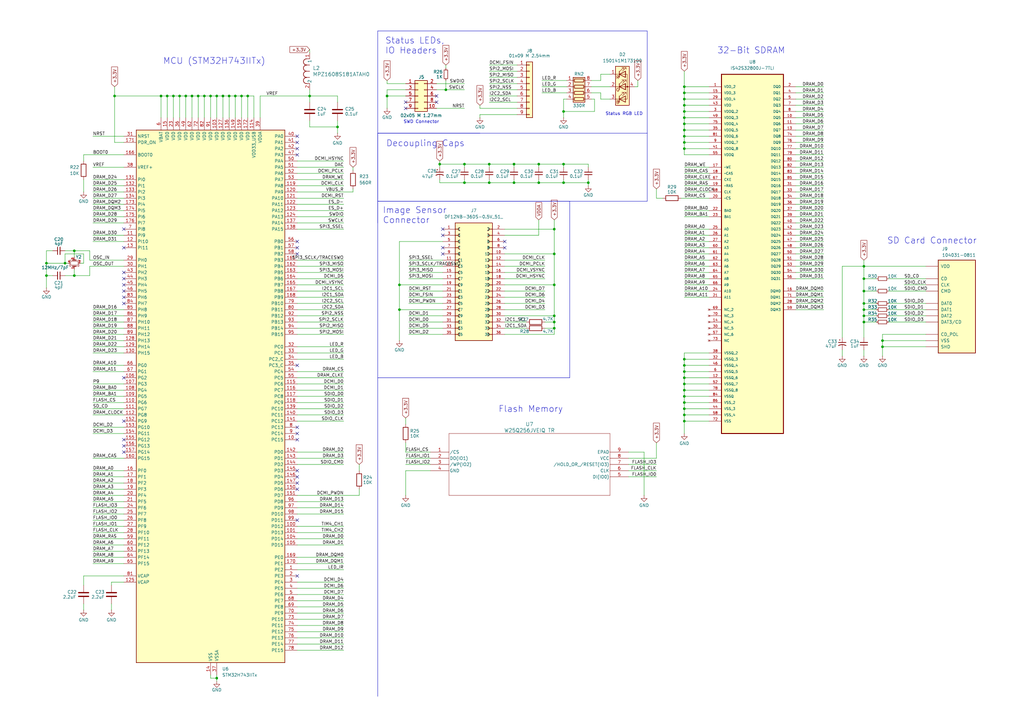
<source format=kicad_sch>
(kicad_sch (version 20231120) (generator "eeschema") (generator_version "8.0")
  (paper "A3")
  (lib_symbols
    (symbol "Argus_Connectors:DF12NB-36DS-0.5V_51_" (pin_names (offset 1.016))
      (property "Reference" "J" (at -8.12 25.4 0))
      (property "Value" "DF12NB-36DS-0.5V_51_" (at -7.62 -25.4 0))
      (symbol "DF12NB-36DS-0.5V_51__0_0"
        (pin passive line (at -12.7 22.86 0) (length 5.08) (name "1") (number "1"))
        (pin passive line (at 12.7 12.7 180) (length 5.08) (name "10") (number "10"))
        (pin passive line (at -12.7 10.16 0) (length 5.08) (name "11") (number "11"))
        (pin passive line (at 12.7 10.16 180) (length 5.08) (name "12") (number "12"))
        (pin passive line (at -12.7 7.62 0) (length 5.08) (name "13") (number "13"))
        (pin passive line (at 12.7 7.62 180) (length 5.08) (name "14") (number "14"))
        (pin passive line (at -12.7 5.08 0) (length 5.08) (name "15") (number "15"))
        (pin passive line (at 12.7 5.08 180) (length 5.08) (name "16") (number "16"))
        (pin passive line (at -12.7 2.54 0) (length 5.08) (name "17") (number "17"))
        (pin passive line (at 12.7 2.54 180) (length 5.08) (name "18") (number "18"))
        (pin passive line (at -12.7 0 0) (length 5.08) (name "19") (number "19"))
        (pin passive line (at 12.7 22.86 180) (length 5.08) (name "2") (number "2"))
        (pin passive line (at 12.7 0 180) (length 5.08) (name "20") (number "20"))
        (pin passive line (at -12.7 -2.54 0) (length 5.08) (name "21") (number "21"))
        (pin passive line (at 12.7 -2.54 180) (length 5.08) (name "22") (number "22"))
        (pin passive line (at -12.7 -5.08 0) (length 5.08) (name "23") (number "23"))
        (pin passive line (at 12.7 -5.08 180) (length 5.08) (name "24") (number "24"))
        (pin passive line (at -12.7 -7.62 0) (length 5.08) (name "25") (number "25"))
        (pin passive line (at 12.7 -7.62 180) (length 5.08) (name "26") (number "26"))
        (pin passive line (at -12.7 -10.16 0) (length 5.08) (name "27") (number "27"))
        (pin passive line (at 12.7 -10.16 180) (length 5.08) (name "28") (number "28"))
        (pin passive line (at -12.7 -12.7 0) (length 5.08) (name "29") (number "29"))
        (pin passive line (at -12.7 20.32 0) (length 5.08) (name "3") (number "3"))
        (pin passive line (at 12.7 -12.7 180) (length 5.08) (name "30") (number "30"))
        (pin passive line (at -12.7 -15.24 0) (length 5.08) (name "31") (number "31"))
        (pin passive line (at 12.7 -15.24 180) (length 5.08) (name "32") (number "32"))
        (pin passive line (at -12.7 -17.78 0) (length 5.08) (name "33") (number "33"))
        (pin passive line (at 12.7 -17.78 180) (length 5.08) (name "34") (number "34"))
        (pin passive line (at -12.7 -20.32 0) (length 5.08) (name "35") (number "35"))
        (pin passive line (at 12.7 -20.32 180) (length 5.08) (name "36") (number "36"))
        (pin passive line (at 12.7 20.32 180) (length 5.08) (name "4") (number "4"))
        (pin passive line (at -12.7 17.78 0) (length 5.08) (name "5") (number "5"))
        (pin passive line (at 12.7 17.78 180) (length 5.08) (name "6") (number "6"))
        (pin passive line (at -12.7 15.24 0) (length 5.08) (name "7") (number "7"))
        (pin passive line (at 12.7 15.24 180) (length 5.08) (name "8") (number "8"))
        (pin passive line (at -12.7 12.7 0) (length 5.08) (name "9") (number "9"))
      )
    )
    (symbol "Argus_Connectors:USD-1040310811" (pin_names (offset 1.016))
      (property "Reference" "X2" (at -7.62 20.828 0))
      (property "Value" "USD-1040310811" (at -10.414 -21.082 0))
      (symbol "USD-1040310811_1_0"
        (pin bidirectional line (at -12.7 -2.54 0) (length 5.08) (name "DAT2") (number "1"))
        (pin power_in line (at -12.7 12.7 0) (length 5.08) (name "CD") (number "10"))
        (pin power_in line (at -12.7 -15.24 0) (length 5.08) (name "SHD") (number "11"))
        (pin bidirectional line (at -12.7 -5.08 0) (length 5.08) (name "DAT3/CD") (number "2"))
        (pin bidirectional line (at -12.7 7.62 0) (length 5.08) (name "CMD") (number "3"))
        (pin power_in line (at -12.7 17.78 0) (length 5.08) (name "VDD") (number "4"))
        (pin bidirectional line (at -12.7 10.16 0) (length 5.08) (name "CLK") (number "5"))
        (pin power_in line (at -12.7 -12.7 0) (length 5.08) (name "VSS") (number "6"))
        (pin bidirectional line (at -12.7 2.54 0) (length 5.08) (name "DAT0") (number "7"))
        (pin bidirectional line (at -12.7 0 0) (length 5.08) (name "DAT1") (number "8"))
        (pin power_in line (at -12.7 -10.16 0) (length 5.08) (name "CD_POL") (number "9"))
      )
    )
    (symbol "Argus_ICs:IS42S32800J-7TLI" (pin_names (offset 1.016))
      (property "Reference" "U" (at -5.3661 75.2518 0))
      (property "Value" "IS42S32800J-7TLI" (at -2.9741 -81.6983 0))
      (symbol "IS42S32800J-7TLI_0_0"
        (pin power_in line (at -17.78 66.04 0) (length 5.08) (name "VDD_2") (number "1"))
        (pin bidirectional line (at 17.78 53.34 180) (length 5.08) (name "DQ5") (number "10"))
        (pin bidirectional line (at 17.78 50.8 180) (length 5.08) (name "DQ6") (number "11"))
        (pin power_in line (at -17.78 -53.34 0) (length 5.08) (name "VSSQ_6") (number "12"))
        (pin bidirectional line (at 17.78 48.26 180) (length 5.08) (name "DQ7") (number "13"))
        (pin no_connect line (at -17.78 -30.48 0) (length 5.08) (name "NC_4") (number "14"))
        (pin power_in line (at -17.78 63.5 0) (length 5.08) (name "VDD_3") (number "15"))
        (pin bidirectional line (at 17.78 -17.78 180) (length 5.08) (name "DQM0") (number "16"))
        (pin input line (at -17.78 33.02 0) (length 5.08) (name "~WE") (number "17"))
        (pin input line (at -17.78 30.48 0) (length 5.08) (name "~CAS") (number "18"))
        (pin input line (at -17.78 25.4 0) (length 5.08) (name "~RAS") (number "19"))
        (pin bidirectional line (at 17.78 66.04 180) (length 5.08) (name "DQ0") (number "2"))
        (pin input line (at -17.78 20.32 0) (length 5.08) (name "~CS") (number "20"))
        (pin input line (at -17.78 -20.32 0) (length 5.08) (name "A11") (number "21"))
        (pin input line (at -17.78 15.24 0) (length 5.08) (name "BA0") (number "22"))
        (pin input line (at -17.78 12.7 0) (length 5.08) (name "BA1") (number "23"))
        (pin input line (at -17.78 -17.78 0) (length 5.08) (name "A10") (number "24"))
        (pin input line (at -17.78 7.62 0) (length 5.08) (name "A0") (number "25"))
        (pin input line (at -17.78 5.08 0) (length 5.08) (name "A1") (number "26"))
        (pin input line (at -17.78 2.54 0) (length 5.08) (name "A2") (number "27"))
        (pin bidirectional line (at 17.78 -22.86 180) (length 5.08) (name "DQM2") (number "28"))
        (pin power_in line (at -17.78 60.96 0) (length 5.08) (name "VDD_4") (number "29"))
        (pin power_in line (at -17.78 55.88 0) (length 5.08) (name "VDDQ_2") (number "3"))
        (pin no_connect line (at -17.78 -33.02 0) (length 5.08) (name "NC_5") (number "30"))
        (pin bidirectional line (at 17.78 25.4 180) (length 5.08) (name "DQ16") (number "31"))
        (pin power_in line (at -17.78 -45.72 0) (length 5.08) (name "VSSQ_3") (number "32"))
        (pin bidirectional line (at 17.78 22.86 180) (length 5.08) (name "DQ17") (number "33"))
        (pin bidirectional line (at 17.78 20.32 180) (length 5.08) (name "DQ18") (number "34"))
        (pin power_in line (at -17.78 48.26 0) (length 5.08) (name "VDDQ_5") (number "35"))
        (pin bidirectional line (at 17.78 17.78 180) (length 5.08) (name "DQ19") (number "36"))
        (pin bidirectional line (at 17.78 15.24 180) (length 5.08) (name "DQ20") (number "37"))
        (pin power_in line (at -17.78 -43.18 0) (length 5.08) (name "VSSQ_2") (number "38"))
        (pin bidirectional line (at 17.78 12.7 180) (length 5.08) (name "DQ21") (number "39"))
        (pin bidirectional line (at 17.78 63.5 180) (length 5.08) (name "DQ1") (number "4"))
        (pin bidirectional line (at 17.78 10.16 180) (length 5.08) (name "DQ22") (number "40"))
        (pin power_in line (at -17.78 40.64 0) (length 5.08) (name "VDDQ_8") (number "41"))
        (pin bidirectional line (at 17.78 7.62 180) (length 5.08) (name "DQ23") (number "42"))
        (pin power_in line (at -17.78 58.42 0) (length 5.08) (name "VDD") (number "43"))
        (pin power_in line (at -17.78 -66.04 0) (length 5.08) (name "VSS_3") (number "44"))
        (pin bidirectional line (at 17.78 5.08 180) (length 5.08) (name "DQ24") (number "45"))
        (pin power_in line (at -17.78 -48.26 0) (length 5.08) (name "VSSQ_4") (number "46"))
        (pin bidirectional line (at 17.78 2.54 180) (length 5.08) (name "DQ25") (number "47"))
        (pin bidirectional line (at 17.78 0 180) (length 5.08) (name "DQ26") (number "48"))
        (pin power_in line (at -17.78 53.34 0) (length 5.08) (name "VDDQ_3") (number "49"))
        (pin bidirectional line (at 17.78 60.96 180) (length 5.08) (name "DQ2") (number "5"))
        (pin bidirectional line (at 17.78 -2.54 180) (length 5.08) (name "DQ27") (number "50"))
        (pin bidirectional line (at 17.78 -5.08 180) (length 5.08) (name "DQ28") (number "51"))
        (pin power_in line (at -17.78 -55.88 0) (length 5.08) (name "VSSQ_7") (number "52"))
        (pin bidirectional line (at 17.78 -7.62 180) (length 5.08) (name "DQ29") (number "53"))
        (pin bidirectional line (at 17.78 -10.16 180) (length 5.08) (name "DQ30") (number "54"))
        (pin power_in line (at -17.78 38.1 0) (length 5.08) (name "VDDQ") (number "55"))
        (pin bidirectional line (at 17.78 -12.7 180) (length 5.08) (name "DQ31") (number "56"))
        (pin no_connect line (at -17.78 -35.56 0) (length 5.08) (name "NC_6") (number "57"))
        (pin power_in line (at -17.78 -68.58 0) (length 5.08) (name "VSS_4") (number "58"))
        (pin bidirectional line (at 17.78 -25.4 180) (length 5.08) (name "DQM3") (number "59"))
        (pin power_in line (at -17.78 -50.8 0) (length 5.08) (name "VSSQ_5") (number "6"))
        (pin input line (at -17.78 0 0) (length 5.08) (name "A3") (number "60"))
        (pin input line (at -17.78 -2.54 0) (length 5.08) (name "A4") (number "61"))
        (pin input line (at -17.78 -5.08 0) (length 5.08) (name "A5") (number "62"))
        (pin input line (at -17.78 -7.62 0) (length 5.08) (name "A6") (number "63"))
        (pin input line (at -17.78 -10.16 0) (length 5.08) (name "A7") (number "64"))
        (pin input line (at -17.78 -12.7 0) (length 5.08) (name "A8") (number "65"))
        (pin input line (at -17.78 -15.24 0) (length 5.08) (name "A9") (number "66"))
        (pin input line (at -17.78 27.94 0) (length 5.08) (name "CKE") (number "67"))
        (pin input line (at -17.78 22.86 0) (length 5.08) (name "CLK") (number "68"))
        (pin no_connect line (at -17.78 -25.4 0) (length 5.08) (name "NC_2") (number "69"))
        (pin bidirectional line (at 17.78 58.42 180) (length 5.08) (name "DQ3") (number "7"))
        (pin no_connect line (at -17.78 -27.94 0) (length 5.08) (name "NC_3") (number "70"))
        (pin bidirectional line (at 17.78 -20.32 180) (length 5.08) (name "DQM1") (number "71"))
        (pin power_in line (at -17.78 -71.12 0) (length 5.08) (name "VSS") (number "72"))
        (pin no_connect line (at -17.78 -38.1 0) (length 5.08) (name "NC") (number "73"))
        (pin bidirectional line (at 17.78 45.72 180) (length 5.08) (name "DQ8") (number "74"))
        (pin power_in line (at -17.78 50.8 0) (length 5.08) (name "VDDQ_4") (number "75"))
        (pin bidirectional line (at 17.78 43.18 180) (length 5.08) (name "DQ9") (number "76"))
        (pin bidirectional line (at 17.78 40.64 180) (length 5.08) (name "DQ10") (number "77"))
        (pin power_in line (at -17.78 -58.42 0) (length 5.08) (name "VSSQ_8") (number "78"))
        (pin bidirectional line (at 17.78 38.1 180) (length 5.08) (name "DQ11") (number "79"))
        (pin bidirectional line (at 17.78 55.88 180) (length 5.08) (name "DQ4") (number "8"))
        (pin bidirectional line (at 17.78 35.56 180) (length 5.08) (name "DQ12") (number "80"))
        (pin power_in line (at -17.78 45.72 0) (length 5.08) (name "VDDQ_6") (number "81"))
        (pin bidirectional line (at 17.78 33.02 180) (length 5.08) (name "DQ13") (number "82"))
        (pin bidirectional line (at 17.78 30.48 180) (length 5.08) (name "DQ14") (number "83"))
        (pin power_in line (at -17.78 -60.96 0) (length 5.08) (name "VSSQ") (number "84"))
        (pin bidirectional line (at 17.78 27.94 180) (length 5.08) (name "DQ15") (number "85"))
        (pin power_in line (at -17.78 -63.5 0) (length 5.08) (name "VSS_2") (number "86"))
        (pin power_in line (at -17.78 43.18 0) (length 5.08) (name "VDDQ_7") (number "9"))
      )
    )
    (symbol "Argus_ICs:W25Q256JVEIQ_TR" (pin_names (offset 0.254))
      (property "Reference" "U" (at 40.64 12.7 0))
      (property "Value" "W25Q256JVEIQ TR" (at 40.64 10.16 0))
      (symbol "W25Q256JVEIQ_TR_0_1"
        (pin input line (at 0 0 0) (length 7.62) (name "/CS") (number "1"))
        (pin bidirectional line (at 0 -2.54 0) (length 7.62) (name "DO(IO1)") (number "2"))
        (pin bidirectional line (at 0 -5.08 0) (length 7.62) (name "/WP(IO2)") (number "3"))
        (pin power_out line (at 0 -7.62 0) (length 7.62) (name "GND") (number "4"))
        (pin bidirectional line (at 81.28 -10.16 180) (length 7.62) (name "DI(IO0)") (number "5"))
        (pin input line (at 81.28 -7.62 180) (length 7.62) (name "CLK") (number "6"))
        (pin bidirectional line (at 81.28 -5.08 180) (length 7.62) (name "/HOLD_OR_/RESET(IO3)") (number "7"))
        (pin power_in line (at 81.28 -2.54 180) (length 7.62) (name "VCC") (number "8"))
        (pin power_out line (at 81.28 0 180) (length 7.62) (name "EPAD") (number "9"))
      )
    )
    (symbol "Argus_Misc:MPZ1608S181ATAH0" (pin_names (offset 0.254))
      (property "Reference" "L" (at 6.985 5.08 0))
      (property "Value" "MPZ1608S181ATAH0" (at 6.985 -2.54 0))
      (symbol "MPZ1608S181ATAH0_1_1"
        (pin unspecified line (at 15.24 0 180) (length 2.54) (name "1") (number "1"))
        (pin unspecified line (at 0 0 0) (length 2.54) (name "2") (number "2"))
      )
      (symbol "MPZ1608S181ATAH0_1_2"
        (pin unspecified line (at 0 15.24 270) (length 2.54) (name "1") (number "1"))
        (pin unspecified line (at 0 0 90) (length 2.54) (name "2") (number "2"))
      )
    )
    (symbol "Connector_Generic:Conn_01x09" (pin_names (offset 1.016) hide)
      (property "Reference" "J" (at 0 12.7 0))
      (property "Value" "Conn_01x09" (at 0 -12.7 0))
      (symbol "Conn_01x09_1_1"
        (pin passive line (at -5.08 10.16 0) (length 3.81) (name "Pin_1") (number "1"))
        (pin passive line (at -5.08 7.62 0) (length 3.81) (name "Pin_2") (number "2"))
        (pin passive line (at -5.08 5.08 0) (length 3.81) (name "Pin_3") (number "3"))
        (pin passive line (at -5.08 2.54 0) (length 3.81) (name "Pin_4") (number "4"))
        (pin passive line (at -5.08 0 0) (length 3.81) (name "Pin_5") (number "5"))
        (pin passive line (at -5.08 -2.54 0) (length 3.81) (name "Pin_6") (number "6"))
        (pin passive line (at -5.08 -5.08 0) (length 3.81) (name "Pin_7") (number "7"))
        (pin passive line (at -5.08 -7.62 0) (length 3.81) (name "Pin_8") (number "8"))
        (pin passive line (at -5.08 -10.16 0) (length 3.81) (name "Pin_9") (number "9"))
      )
    )
    (symbol "Connector_Generic:Conn_02x05_Odd_Even" (pin_names (offset 1.016) hide)
      (property "Reference" "J" (at 1.27 7.62 0))
      (property "Value" "Conn_02x05_Odd_Even" (at 1.27 -7.62 0))
      (symbol "Conn_02x05_Odd_Even_1_1"
        (pin passive line (at -5.08 5.08 0) (length 3.81) (name "Pin_1") (number "1"))
        (pin passive line (at 7.62 -5.08 180) (length 3.81) (name "Pin_10") (number "10"))
        (pin passive line (at 7.62 5.08 180) (length 3.81) (name "Pin_2") (number "2"))
        (pin passive line (at -5.08 2.54 0) (length 3.81) (name "Pin_3") (number "3"))
        (pin passive line (at 7.62 2.54 180) (length 3.81) (name "Pin_4") (number "4"))
        (pin passive line (at -5.08 0 0) (length 3.81) (name "Pin_5") (number "5"))
        (pin passive line (at 7.62 0 180) (length 3.81) (name "Pin_6") (number "6"))
        (pin passive line (at -5.08 -2.54 0) (length 3.81) (name "Pin_7") (number "7"))
        (pin passive line (at 7.62 -2.54 180) (length 3.81) (name "Pin_8") (number "8"))
        (pin passive line (at -5.08 -5.08 0) (length 3.81) (name "Pin_9") (number "9"))
      )
    )
    (symbol "Device:C" (pin_numbers hide) (pin_names (offset 0.254))
      (property "Reference" "C" (at 0.635 2.54 0))
      (property "Value" "C" (at 0.635 -2.54 0))
      (symbol "C_1_1"
        (pin passive line (at 0 3.81 270) (length 2.794) (name "~") (number "1"))
        (pin passive line (at 0 -3.81 90) (length 2.794) (name "~") (number "2"))
      )
    )
    (symbol "Device:C_Polarized_Small_US" (pin_numbers hide) (pin_names (offset 0.254) hide)
      (property "Reference" "C" (at 0.254 1.778 0))
      (property "Value" "C_Polarized_Small_US" (at 0.254 -2.032 0))
      (symbol "C_Polarized_Small_US_1_1"
        (pin passive line (at 0 2.54 270) (length 2.032) (name "~") (number "1"))
        (pin passive line (at 0 -2.54 90) (length 2.032) (name "~") (number "2"))
      )
    )
    (symbol "Device:C_Small" (pin_numbers hide) (pin_names (offset 0.254) hide)
      (property "Reference" "C" (at 0.254 1.778 0))
      (property "Value" "C_Small" (at 0.254 -2.032 0))
      (symbol "C_Small_1_1"
        (pin passive line (at 0 2.54 270) (length 2.032) (name "~") (number "1"))
        (pin passive line (at 0 -2.54 90) (length 2.032) (name "~") (number "2"))
      )
    )
    (symbol "Device:Crystal_GND24_Small" (pin_names (offset 1.016) hide)
      (property "Reference" "Y" (at 1.27 4.445 0))
      (property "Value" "Crystal_GND24_Small" (at 1.27 2.54 0))
      (symbol "Crystal_GND24_Small_1_1"
        (pin passive line (at -2.54 0 0) (length 1.27) (name "1") (number "1"))
        (pin passive line (at 0 -2.54 90) (length 0.635) (name "2") (number "2"))
        (pin passive line (at 2.54 0 180) (length 1.27) (name "3") (number "3"))
        (pin passive line (at 0 2.54 270) (length 0.635) (name "4") (number "4"))
      )
    )
    (symbol "Device:LED_RGBA" (pin_names (offset 0) hide)
      (property "Reference" "D" (at 0 9.398 0))
      (property "Value" "LED_RGBA" (at 0 -8.89 0))
      (symbol "LED_RGBA_0_0"
        (text "B" (at -1.905 -6.35 0) (effects (font (size 1.27 1.27))))
        (text "G" (at -1.905 -1.27 0) (effects (font (size 1.27 1.27))))
        (text "R" (at -1.905 3.81 0) (effects (font (size 1.27 1.27))))
      )
      (symbol "LED_RGBA_1_1"
        (pin passive line (at -5.08 5.08 0) (length 2.54) (name "RK") (number "1"))
        (pin passive line (at -5.08 0 0) (length 2.54) (name "GK") (number "2"))
        (pin passive line (at -5.08 -5.08 0) (length 2.54) (name "BK") (number "3"))
        (pin passive line (at 5.08 0 180) (length 2.54) (name "A") (number "4"))
      )
    )
    (symbol "Device:R" (pin_numbers hide) (pin_names (offset 0))
      (property "Reference" "R" (at 2.032 0 90))
      (property "Value" "R" (at 0 0 90))
      (symbol "R_1_1"
        (pin passive line (at 0 3.81 270) (length 1.27) (name "~") (number "1"))
        (pin passive line (at 0 -3.81 90) (length 1.27) (name "~") (number "2"))
      )
    )
    (symbol "Device:R_Pack04" (pin_names (offset 0) hide)
      (property "Reference" "RN" (at -7.62 0 90))
      (property "Value" "R_Pack04" (at 5.08 0 90))
      (symbol "R_Pack04_1_1"
        (pin passive line (at -5.08 -5.08 90) (length 2.54) (name "R1.1") (number "1"))
        (pin passive line (at -2.54 -5.08 90) (length 2.54) (name "R2.1") (number "2"))
        (pin passive line (at 0 -5.08 90) (length 2.54) (name "R3.1") (number "3"))
        (pin passive line (at 2.54 -5.08 90) (length 2.54) (name "R4.1") (number "4"))
        (pin passive line (at 2.54 5.08 270) (length 2.54) (name "R4.2") (number "5"))
        (pin passive line (at 0 5.08 270) (length 2.54) (name "R3.2") (number "6"))
        (pin passive line (at -2.54 5.08 270) (length 2.54) (name "R2.2") (number "7"))
        (pin passive line (at -5.08 5.08 270) (length 2.54) (name "R1.2") (number "8"))
      )
    )
    (symbol "Device:R_Small" (pin_numbers hide) (pin_names (offset 0.254) hide)
      (property "Reference" "R" (at 0.762 0.508 0))
      (property "Value" "R_Small" (at 0.762 -1.016 0))
      (symbol "R_Small_1_1"
        (pin passive line (at 0 2.54 270) (length 0.762) (name "~") (number "1"))
        (pin passive line (at 0 -2.54 90) (length 0.762) (name "~") (number "2"))
      )
    )
    (symbol "MCU_ST_STM32H7:STM32H743IITx"
      (property "Reference" "U" (at -30.48 110.49 0))
      (property "Value" "STM32H743IITx" (at 22.86 110.49 0))
      (symbol "STM32H743IITx_1_1"
        (pin bidirectional line (at 35.56 -71.12 180) (length 5.08) (name "PE2") (number "1"))
        (pin bidirectional line (at 35.56 -17.78 180) (length 5.08) (name "PC15") (number "10"))
        (pin bidirectional line (at 35.56 -53.34 180) (length 5.08) (name "PD12") (number "100"))
        (pin bidirectional line (at 35.56 -55.88 180) (length 5.08) (name "PD13") (number "101"))
        (pin passive line (at 0 -114.3 90) (length 5.08) hide (name "VSS") (number "102"))
        (pin power_in line (at 2.54 114.3 270) (length 5.08) (name "VDD") (number "103"))
        (pin bidirectional line (at 35.56 -58.42 180) (length 5.08) (name "PD14") (number "104"))
        (pin bidirectional line (at 35.56 -60.96 180) (length 5.08) (name "PD15") (number "105"))
        (pin bidirectional line (at -35.56 7.62 0) (length 5.08) (name "PG2") (number "106"))
        (pin bidirectional line (at -35.56 5.08 0) (length 5.08) (name "PG3") (number "107"))
        (pin bidirectional line (at -35.56 2.54 0) (length 5.08) (name "PG4") (number "108"))
        (pin bidirectional line (at -35.56 0 0) (length 5.08) (name "PG5") (number "109"))
        (pin bidirectional line (at -35.56 66.04 0) (length 5.08) (name "PI9") (number "11"))
        (pin bidirectional line (at -35.56 -2.54 0) (length 5.08) (name "PG6") (number "110"))
        (pin bidirectional line (at -35.56 -5.08 0) (length 5.08) (name "PG7") (number "111"))
        (pin bidirectional line (at -35.56 -7.62 0) (length 5.08) (name "PG8") (number "112"))
        (pin passive line (at 0 -114.3 90) (length 5.08) hide (name "VSS") (number "113"))
        (pin power_in line (at 17.78 114.3 270) (length 5.08) (name "VDD33_USB") (number "114"))
        (pin bidirectional line (at 35.56 5.08 180) (length 5.08) (name "PC6") (number "115"))
        (pin bidirectional line (at 35.56 2.54 180) (length 5.08) (name "PC7") (number "116"))
        (pin bidirectional line (at 35.56 0 180) (length 5.08) (name "PC8") (number "117"))
        (pin bidirectional line (at 35.56 -2.54 180) (length 5.08) (name "PC9") (number "118"))
        (pin bidirectional line (at 35.56 86.36 180) (length 5.08) (name "PA8") (number "119"))
        (pin bidirectional line (at -35.56 63.5 0) (length 5.08) (name "PI10") (number "12"))
        (pin bidirectional line (at 35.56 83.82 180) (length 5.08) (name "PA9") (number "120"))
        (pin bidirectional line (at 35.56 81.28 180) (length 5.08) (name "PA10") (number "121"))
        (pin bidirectional line (at 35.56 78.74 180) (length 5.08) (name "PA11") (number "122"))
        (pin bidirectional line (at 35.56 76.2 180) (length 5.08) (name "PA12") (number "123"))
        (pin bidirectional line (at 35.56 73.66 180) (length 5.08) (name "PA13") (number "124"))
        (pin power_out line (at -35.56 -76.2 0) (length 5.08) (name "VCAP") (number "125"))
        (pin passive line (at 0 -114.3 90) (length 5.08) hide (name "VSS") (number "126"))
        (pin power_in line (at 5.08 114.3 270) (length 5.08) (name "VDD") (number "127"))
        (pin bidirectional line (at -35.56 22.86 0) (length 5.08) (name "PH13") (number "128"))
        (pin bidirectional line (at -35.56 20.32 0) (length 5.08) (name "PH14") (number "129"))
        (pin bidirectional line (at -35.56 60.96 0) (length 5.08) (name "PI11") (number "13"))
        (pin bidirectional line (at -35.56 17.78 0) (length 5.08) (name "PH15") (number "130"))
        (pin bidirectional line (at -35.56 88.9 0) (length 5.08) (name "PI0") (number "131"))
        (pin bidirectional line (at -35.56 86.36 0) (length 5.08) (name "PI1") (number "132"))
        (pin bidirectional line (at -35.56 83.82 0) (length 5.08) (name "PI2") (number "133"))
        (pin bidirectional line (at -35.56 81.28 0) (length 5.08) (name "PI3") (number "134"))
        (pin passive line (at 0 -114.3 90) (length 5.08) hide (name "VSS") (number "135"))
        (pin power_in line (at 7.62 114.3 270) (length 5.08) (name "VDD") (number "136"))
        (pin bidirectional line (at 35.56 71.12 180) (length 5.08) (name "PA14") (number "137"))
        (pin bidirectional line (at 35.56 68.58 180) (length 5.08) (name "PA15") (number "138"))
        (pin bidirectional line (at 35.56 -5.08 180) (length 5.08) (name "PC10") (number "139"))
        (pin power_in line (at 0 -114.3 90) (length 5.08) (name "VSS") (number "14"))
        (pin bidirectional line (at 35.56 -7.62 180) (length 5.08) (name "PC11") (number "140"))
        (pin bidirectional line (at 35.56 -10.16 180) (length 5.08) (name "PC12") (number "141"))
        (pin bidirectional line (at 35.56 -22.86 180) (length 5.08) (name "PD0") (number "142"))
        (pin bidirectional line (at 35.56 -25.4 180) (length 5.08) (name "PD1") (number "143"))
        (pin bidirectional line (at 35.56 -27.94 180) (length 5.08) (name "PD2") (number "144"))
        (pin bidirectional line (at 35.56 -30.48 180) (length 5.08) (name "PD3") (number "145"))
        (pin bidirectional line (at 35.56 -33.02 180) (length 5.08) (name "PD4") (number "146"))
        (pin bidirectional line (at 35.56 -35.56 180) (length 5.08) (name "PD5") (number "147"))
        (pin passive line (at 0 -114.3 90) (length 5.08) hide (name "VSS") (number "148"))
        (pin power_in line (at 10.16 114.3 270) (length 5.08) (name "VDD") (number "149"))
        (pin power_in line (at -17.78 114.3 270) (length 5.08) (name "VDD") (number "15"))
        (pin bidirectional line (at 35.56 -38.1 180) (length 5.08) (name "PD6") (number "150"))
        (pin bidirectional line (at 35.56 -40.64 180) (length 5.08) (name "PD7") (number "151"))
        (pin bidirectional line (at -35.56 -10.16 0) (length 5.08) (name "PG9") (number "152"))
        (pin bidirectional line (at -35.56 -12.7 0) (length 5.08) (name "PG10") (number "153"))
        (pin bidirectional line (at -35.56 -15.24 0) (length 5.08) (name "PG11") (number "154"))
        (pin bidirectional line (at -35.56 -17.78 0) (length 5.08) (name "PG12") (number "155"))
        (pin bidirectional line (at -35.56 -20.32 0) (length 5.08) (name "PG13") (number "156"))
        (pin bidirectional line (at -35.56 -22.86 0) (length 5.08) (name "PG14") (number "157"))
        (pin passive line (at 0 -114.3 90) (length 5.08) hide (name "VSS") (number "158"))
        (pin power_in line (at 12.7 114.3 270) (length 5.08) (name "VDD") (number "159"))
        (pin bidirectional line (at -35.56 -30.48 0) (length 5.08) (name "PF0") (number "16"))
        (pin bidirectional line (at -35.56 -25.4 0) (length 5.08) (name "PG15") (number "160"))
        (pin bidirectional line (at 35.56 55.88 180) (length 5.08) (name "PB3") (number "161"))
        (pin bidirectional line (at 35.56 53.34 180) (length 5.08) (name "PB4") (number "162"))
        (pin bidirectional line (at 35.56 50.8 180) (length 5.08) (name "PB5") (number "163"))
        (pin bidirectional line (at 35.56 48.26 180) (length 5.08) (name "PB6") (number "164"))
        (pin bidirectional line (at 35.56 45.72 180) (length 5.08) (name "PB7") (number "165"))
        (pin input line (at -35.56 99.06 0) (length 5.08) (name "BOOT0") (number "166"))
        (pin bidirectional line (at 35.56 43.18 180) (length 5.08) (name "PB8") (number "167"))
        (pin bidirectional line (at 35.56 40.64 180) (length 5.08) (name "PB9") (number "168"))
        (pin bidirectional line (at 35.56 -66.04 180) (length 5.08) (name "PE0") (number "169"))
        (pin bidirectional line (at -35.56 -33.02 0) (length 5.08) (name "PF1") (number "17"))
        (pin bidirectional line (at 35.56 -68.58 180) (length 5.08) (name "PE1") (number "170"))
        (pin input line (at -35.56 104.14 0) (length 5.08) (name "PDR_ON") (number "171"))
        (pin power_in line (at 15.24 114.3 270) (length 5.08) (name "VDD") (number "172"))
        (pin bidirectional line (at -35.56 78.74 0) (length 5.08) (name "PI4") (number "173"))
        (pin bidirectional line (at -35.56 76.2 0) (length 5.08) (name "PI5") (number "174"))
        (pin bidirectional line (at -35.56 73.66 0) (length 5.08) (name "PI6") (number "175"))
        (pin bidirectional line (at -35.56 71.12 0) (length 5.08) (name "PI7") (number "176"))
        (pin bidirectional line (at -35.56 -35.56 0) (length 5.08) (name "PF2") (number "18"))
        (pin bidirectional line (at -35.56 -38.1 0) (length 5.08) (name "PF3") (number "19"))
        (pin bidirectional line (at 35.56 -73.66 180) (length 5.08) (name "PE3") (number "2"))
        (pin bidirectional line (at -35.56 -40.64 0) (length 5.08) (name "PF4") (number "20"))
        (pin bidirectional line (at -35.56 -43.18 0) (length 5.08) (name "PF5") (number "21"))
        (pin passive line (at 0 -114.3 90) (length 5.08) hide (name "VSS") (number "22"))
        (pin power_in line (at -15.24 114.3 270) (length 5.08) (name "VDD") (number "23"))
        (pin bidirectional line (at -35.56 -45.72 0) (length 5.08) (name "PF6") (number "24"))
        (pin bidirectional line (at -35.56 -48.26 0) (length 5.08) (name "PF7") (number "25"))
        (pin bidirectional line (at -35.56 -50.8 0) (length 5.08) (name "PF8") (number "26"))
        (pin bidirectional line (at -35.56 -53.34 0) (length 5.08) (name "PF9") (number "27"))
        (pin bidirectional line (at -35.56 -55.88 0) (length 5.08) (name "PF10") (number "28"))
        (pin bidirectional line (at -35.56 55.88 0) (length 5.08) (name "PH0") (number "29"))
        (pin bidirectional line (at 35.56 -76.2 180) (length 5.08) (name "PE4") (number "3"))
        (pin bidirectional line (at -35.56 53.34 0) (length 5.08) (name "PH1") (number "30"))
        (pin input line (at -35.56 106.68 0) (length 5.08) (name "NRST") (number "31"))
        (pin bidirectional line (at 35.56 20.32 180) (length 5.08) (name "PC0") (number "32"))
        (pin bidirectional line (at 35.56 17.78 180) (length 5.08) (name "PC1") (number "33"))
        (pin bidirectional line (at 35.56 15.24 180) (length 5.08) (name "PC2_C") (number "34"))
        (pin bidirectional line (at 35.56 12.7 180) (length 5.08) (name "PC3_C") (number "35"))
        (pin power_in line (at -12.7 114.3 270) (length 5.08) (name "VDD") (number "36"))
        (pin power_in line (at 2.54 -114.3 90) (length 5.08) (name "VSSA") (number "37"))
        (pin input line (at -35.56 93.98 0) (length 5.08) (name "VREF+") (number "38"))
        (pin power_in line (at 20.32 114.3 270) (length 5.08) (name "VDDA") (number "39"))
        (pin bidirectional line (at 35.56 -78.74 180) (length 5.08) (name "PE5") (number "4"))
        (pin bidirectional line (at 35.56 106.68 180) (length 5.08) (name "PA0") (number "40"))
        (pin bidirectional line (at 35.56 104.14 180) (length 5.08) (name "PA1") (number "41"))
        (pin bidirectional line (at 35.56 101.6 180) (length 5.08) (name "PA2") (number "42"))
        (pin bidirectional line (at -35.56 50.8 0) (length 5.08) (name "PH2") (number "43"))
        (pin bidirectional line (at -35.56 48.26 0) (length 5.08) (name "PH3") (number "44"))
        (pin bidirectional line (at -35.56 45.72 0) (length 5.08) (name "PH4") (number "45"))
        (pin bidirectional line (at -35.56 43.18 0) (length 5.08) (name "PH5") (number "46"))
        (pin bidirectional line (at 35.56 99.06 180) (length 5.08) (name "PA3") (number "47"))
        (pin passive line (at 0 -114.3 90) (length 5.08) hide (name "VSS") (number "48"))
        (pin power_in line (at -10.16 114.3 270) (length 5.08) (name "VDD") (number "49"))
        (pin bidirectional line (at 35.56 -81.28 180) (length 5.08) (name "PE6") (number "5"))
        (pin bidirectional line (at 35.56 96.52 180) (length 5.08) (name "PA4") (number "50"))
        (pin bidirectional line (at 35.56 93.98 180) (length 5.08) (name "PA5") (number "51"))
        (pin bidirectional line (at 35.56 91.44 180) (length 5.08) (name "PA6") (number "52"))
        (pin bidirectional line (at 35.56 88.9 180) (length 5.08) (name "PA7") (number "53"))
        (pin bidirectional line (at 35.56 10.16 180) (length 5.08) (name "PC4") (number "54"))
        (pin bidirectional line (at 35.56 7.62 180) (length 5.08) (name "PC5") (number "55"))
        (pin bidirectional line (at 35.56 63.5 180) (length 5.08) (name "PB0") (number "56"))
        (pin bidirectional line (at 35.56 60.96 180) (length 5.08) (name "PB1") (number "57"))
        (pin bidirectional line (at 35.56 58.42 180) (length 5.08) (name "PB2") (number "58"))
        (pin bidirectional line (at -35.56 -58.42 0) (length 5.08) (name "PF11") (number "59"))
        (pin power_in line (at -20.32 114.3 270) (length 5.08) (name "VBAT") (number "6"))
        (pin bidirectional line (at -35.56 -60.96 0) (length 5.08) (name "PF12") (number "60"))
        (pin passive line (at 0 -114.3 90) (length 5.08) hide (name "VSS") (number "61"))
        (pin power_in line (at -7.62 114.3 270) (length 5.08) (name "VDD") (number "62"))
        (pin bidirectional line (at -35.56 -63.5 0) (length 5.08) (name "PF13") (number "63"))
        (pin bidirectional line (at -35.56 -66.04 0) (length 5.08) (name "PF14") (number "64"))
        (pin bidirectional line (at -35.56 -68.58 0) (length 5.08) (name "PF15") (number "65"))
        (pin bidirectional line (at -35.56 12.7 0) (length 5.08) (name "PG0") (number "66"))
        (pin bidirectional line (at -35.56 10.16 0) (length 5.08) (name "PG1") (number "67"))
        (pin bidirectional line (at 35.56 -83.82 180) (length 5.08) (name "PE7") (number "68"))
        (pin bidirectional line (at 35.56 -86.36 180) (length 5.08) (name "PE8") (number "69"))
        (pin bidirectional line (at -35.56 68.58 0) (length 5.08) (name "PI8") (number "7"))
        (pin bidirectional line (at 35.56 -88.9 180) (length 5.08) (name "PE9") (number "70"))
        (pin passive line (at 0 -114.3 90) (length 5.08) hide (name "VSS") (number "71"))
        (pin power_in line (at -5.08 114.3 270) (length 5.08) (name "VDD") (number "72"))
        (pin bidirectional line (at 35.56 -91.44 180) (length 5.08) (name "PE10") (number "73"))
        (pin bidirectional line (at 35.56 -93.98 180) (length 5.08) (name "PE11") (number "74"))
        (pin bidirectional line (at 35.56 -96.52 180) (length 5.08) (name "PE12") (number "75"))
        (pin bidirectional line (at 35.56 -99.06 180) (length 5.08) (name "PE13") (number "76"))
        (pin bidirectional line (at 35.56 -101.6 180) (length 5.08) (name "PE14") (number "77"))
        (pin bidirectional line (at 35.56 -104.14 180) (length 5.08) (name "PE15") (number "78"))
        (pin bidirectional line (at 35.56 38.1 180) (length 5.08) (name "PB10") (number "79"))
        (pin bidirectional line (at 35.56 -12.7 180) (length 5.08) (name "PC13") (number "8"))
        (pin bidirectional line (at 35.56 35.56 180) (length 5.08) (name "PB11") (number "80"))
        (pin power_out line (at -35.56 -73.66 0) (length 5.08) (name "VCAP") (number "81"))
        (pin power_in line (at -2.54 114.3 270) (length 5.08) (name "VDD") (number "82"))
        (pin bidirectional line (at -35.56 40.64 0) (length 5.08) (name "PH6") (number "83"))
        (pin bidirectional line (at -35.56 38.1 0) (length 5.08) (name "PH7") (number "84"))
        (pin bidirectional line (at -35.56 35.56 0) (length 5.08) (name "PH8") (number "85"))
        (pin bidirectional line (at -35.56 33.02 0) (length 5.08) (name "PH9") (number "86"))
        (pin bidirectional line (at -35.56 30.48 0) (length 5.08) (name "PH10") (number "87"))
        (pin bidirectional line (at -35.56 27.94 0) (length 5.08) (name "PH11") (number "88"))
        (pin bidirectional line (at -35.56 25.4 0) (length 5.08) (name "PH12") (number "89"))
        (pin bidirectional line (at 35.56 -15.24 180) (length 5.08) (name "PC14") (number "9"))
        (pin passive line (at 0 -114.3 90) (length 5.08) hide (name "VSS") (number "90"))
        (pin power_in line (at 0 114.3 270) (length 5.08) (name "VDD") (number "91"))
        (pin bidirectional line (at 35.56 33.02 180) (length 5.08) (name "PB12") (number "92"))
        (pin bidirectional line (at 35.56 30.48 180) (length 5.08) (name "PB13") (number "93"))
        (pin bidirectional line (at 35.56 27.94 180) (length 5.08) (name "PB14") (number "94"))
        (pin bidirectional line (at 35.56 25.4 180) (length 5.08) (name "PB15") (number "95"))
        (pin bidirectional line (at 35.56 -43.18 180) (length 5.08) (name "PD8") (number "96"))
        (pin bidirectional line (at 35.56 -45.72 180) (length 5.08) (name "PD9") (number "97"))
        (pin bidirectional line (at 35.56 -48.26 180) (length 5.08) (name "PD10") (number "98"))
        (pin bidirectional line (at 35.56 -50.8 180) (length 5.08) (name "PD11") (number "99"))
      )
    )
    (symbol "power:GND" (power) (pin_numbers hide) (pin_names (offset 0) hide)
      (property "Value" "GND" (at 0 -3.81 0))
      (symbol "GND_1_1"
        (pin power_in line (at 0 0 270) (length 0) (name "~") (number "1"))
      )
    )
  )
  (junction (at 30.48 102.87))
  (junction (at 76.2 39.37))
  (junction (at 96.52 39.37))
  (junction (at 227.33 104.14))
  (junction (at 280.67 50.8))
  (junction (at 280.67 160.02))
  (junction (at 280.67 172.72))
  (junction (at 26.67 107.95))
  (junction (at 354.33 127))
  (junction (at 280.67 154.94))
  (junction (at 182.88 36.83))
  (junction (at 71.12 39.37))
  (junction (at 227.33 129.54))
  (junction (at 83.82 39.37))
  (junction (at 210.82 67.31))
  (junction (at 280.67 170.18))
  (junction (at 227.33 116.84))
  (junction (at 354.33 124.46))
  (junction (at 280.67 162.56))
  (junction (at 66.04 39.37))
  (junction (at 227.33 134.62))
  (junction (at 231.14 67.31))
  (junction (at 158.75 39.37))
  (junction (at 220.98 74.93))
  (junction (at 88.9 39.37))
  (junction (at 138.43 52.07))
  (junction (at 81.28 39.37))
  (junction (at 86.36 39.37))
  (junction (at 127 39.37))
  (junction (at 19.05 113.03))
  (junction (at 200.66 67.31))
  (junction (at 361.95 139.7))
  (junction (at 30.48 113.03))
  (junction (at 241.3 74.93))
  (junction (at 280.67 45.72))
  (junction (at 180.34 67.31))
  (junction (at 280.67 55.88))
  (junction (at 354.33 132.08))
  (junction (at 19.05 107.95))
  (junction (at 227.33 93.98))
  (junction (at 200.66 74.93))
  (junction (at 280.67 152.4))
  (junction (at 354.33 109.22))
  (junction (at 280.67 43.18))
  (junction (at 280.67 35.56))
  (junction (at 231.14 45.72))
  (junction (at 163.83 127))
  (junction (at 190.5 74.93))
  (junction (at 280.67 40.64))
  (junction (at 280.67 149.86))
  (junction (at 354.33 129.54))
  (junction (at 280.67 165.1))
  (junction (at 280.67 38.1))
  (junction (at 280.67 147.32))
  (junction (at 354.33 119.38))
  (junction (at 73.66 39.37))
  (junction (at 163.83 116.84))
  (junction (at 280.67 157.48))
  (junction (at 190.5 67.31))
  (junction (at 210.82 74.93))
  (junction (at 280.67 48.26))
  (junction (at 91.44 39.37))
  (junction (at 93.98 39.37))
  (junction (at 101.6 39.37))
  (junction (at 280.67 167.64))
  (junction (at 99.06 39.37))
  (junction (at 280.67 53.34))
  (junction (at 220.98 67.31))
  (junction (at 88.9 278.13))
  (junction (at 280.67 60.96))
  (junction (at 227.33 132.08))
  (junction (at 231.14 74.93))
  (junction (at 354.33 114.3))
  (junction (at 78.74 39.37))
  (junction (at 280.67 58.42))
  (junction (at 46.99 39.37))
  (junction (at 68.58 39.37))
  (junction (at 361.95 142.24))
  (no_connect (at 121.92 101.6))
  (no_connect (at 207.01 101.6))
  (no_connect (at 121.92 63.5))
  (no_connect (at 179.07 41.91))
  (no_connect (at 121.92 195.58))
  (no_connect (at 50.8 119.38))
  (no_connect (at 50.8 185.42))
  (no_connect (at 166.37 44.45))
  (no_connect (at 121.92 55.88))
  (no_connect (at 181.61 101.6))
  (no_connect (at 50.8 111.76))
  (no_connect (at 121.92 149.86))
  (no_connect (at 121.92 213.36))
  (no_connect (at 50.8 101.6))
  (no_connect (at 50.8 154.94))
  (no_connect (at 121.92 177.8))
  (no_connect (at 121.92 99.06))
  (no_connect (at 166.37 41.91))
  (no_connect (at 181.61 96.52))
  (no_connect (at 207.01 99.06))
  (no_connect (at 50.8 93.98))
  (no_connect (at 121.92 104.14))
  (no_connect (at 121.92 200.66))
  (no_connect (at 50.8 180.34))
  (no_connect (at 50.8 182.88))
  (no_connect (at 50.8 116.84))
  (no_connect (at 121.92 193.04))
  (no_connect (at 50.8 124.46))
  (no_connect (at 121.92 60.96))
  (no_connect (at 50.8 172.72))
  (no_connect (at 50.8 121.92))
  (no_connect (at 121.92 180.34))
  (no_connect (at 181.61 93.98))
  (no_connect (at 179.07 39.37))
  (no_connect (at 121.92 58.42))
  (no_connect (at 121.92 175.26))
  (no_connect (at 181.61 104.14))
  (no_connect (at 121.92 198.12))
  (no_connect (at 121.92 236.22))
  (no_connect (at 50.8 114.3))
  (wire (pts (xy 326.39 88.9) (xy 337.82 88.9)))
  (wire (pts (xy 280.67 40.64) (xy 290.83 40.64)))
  (wire (pts (xy 200.66 41.91) (xy 212.09 41.91)))
  (wire (pts (xy 196.85 46.99) (xy 212.09 46.99)))
  (wire (pts (xy 210.82 67.31) (xy 220.98 67.31)))
  (wire (pts (xy 280.67 162.56) (xy 280.67 165.1)))
  (wire (pts (xy 354.33 114.3) (xy 359.41 114.3)))
  (wire (pts (xy 280.67 109.22) (xy 290.83 109.22)))
  (wire (pts (xy 280.67 58.42) (xy 290.83 58.42)))
  (wire (pts (xy 326.39 45.72) (xy 337.82 45.72)))
  (wire (pts (xy 280.67 172.72) (xy 280.67 177.8)))
  (wire (pts (xy 19.05 102.87) (xy 19.05 107.95)))
  (wire (pts (xy 207.01 104.14) (xy 227.33 104.14)))
  (wire (pts (xy 326.39 53.34) (xy 337.82 53.34)))
  (wire (pts (xy 326.39 91.44) (xy 337.82 91.44)))
  (wire (pts (xy 326.39 101.6) (xy 337.82 101.6)))
  (wire (pts (xy 354.33 127) (xy 359.41 127)))
  (wire (pts (xy 280.67 104.14) (xy 290.83 104.14)))
  (wire (pts (xy 200.66 36.83) (xy 212.09 36.83)))
  (wire (pts (xy 121.92 152.4) (xy 140.97 152.4)))
  (wire (pts (xy 180.34 67.31) (xy 180.34 68.58)))
  (wire (pts (xy 364.49 124.46) (xy 379.73 124.46)))
  (wire (pts (xy 326.39 83.82) (xy 337.82 83.82)))
  (wire (pts (xy 163.83 99.06) (xy 181.61 99.06)))
  (wire (pts (xy 138.43 49.53) (xy 138.43 52.07)))
  (wire (pts (xy 182.88 27.94) (xy 182.88 26.67)))
  (wire (pts (xy 127 36.83) (xy 127 39.37)))
  (wire (pts (xy 86.36 39.37) (xy 83.82 39.37)))
  (wire (pts (xy 38.1 220.98) (xy 50.8 220.98)))
  (wire (pts (xy 121.92 83.82) (xy 140.97 83.82)))
  (wire (pts (xy 121.92 109.22) (xy 140.97 109.22)))
  (wire (pts (xy 280.67 45.72) (xy 280.67 48.26)))
  (wire (pts (xy 34.29 63.5) (xy 50.8 63.5)))
  (wire (pts (xy 280.67 76.2) (xy 290.83 76.2)))
  (wire (pts (xy 280.67 40.64) (xy 280.67 43.18)))
  (wire (pts (xy 121.92 218.44) (xy 140.97 218.44)))
  (wire (pts (xy 354.33 143.51) (xy 354.33 146.05)))
  (wire (pts (xy 147.32 200.66) (xy 147.32 203.2)))
  (wire (pts (xy 180.34 74.93) (xy 190.5 74.93)))
  (wire (pts (xy 207.01 109.22) (xy 223.52 109.22)))
  (wire (pts (xy 121.92 259.08) (xy 140.97 259.08)))
  (wire (pts (xy 45.72 247.65) (xy 45.72 250.19)))
  (wire (pts (xy 345.44 109.22) (xy 345.44 138.43)))
  (wire (pts (xy 121.92 76.2) (xy 140.97 76.2)))
  (wire (pts (xy 104.14 48.26) (xy 104.14 39.37)))
  (wire (pts (xy 280.67 154.94) (xy 280.67 157.48)))
  (wire (pts (xy 121.92 170.18) (xy 140.97 170.18)))
  (wire (pts (xy 200.66 67.31) (xy 190.5 67.31)))
  (wire (pts (xy 279.4 81.28) (xy 290.83 81.28)))
  (wire (pts (xy 280.67 48.26) (xy 290.83 48.26)))
  (wire (pts (xy 246.38 33.02) (xy 246.38 30.48)))
  (wire (pts (xy 19.05 107.95) (xy 19.05 113.03)))
  (wire (pts (xy 166.37 171.45) (xy 166.37 173.99)))
  (polyline (pts (xy 196.85 82.55) (xy 233.68 82.55)))
  (wire (pts (xy 223.52 134.62) (xy 227.33 134.62)))
  (wire (pts (xy 38.1 137.16) (xy 50.8 137.16)))
  (wire (pts (xy 200.66 31.75) (xy 212.09 31.75)))
  (wire (pts (xy 280.67 111.76) (xy 290.83 111.76)))
  (wire (pts (xy 91.44 39.37) (xy 91.44 48.26)))
  (wire (pts (xy 121.92 215.9) (xy 140.97 215.9)))
  (wire (pts (xy 257.81 195.58) (xy 269.24 195.58)))
  (wire (pts (xy 207.01 132.08) (xy 215.9 132.08)))
  (wire (pts (xy 200.66 74.93) (xy 210.82 74.93)))
  (wire (pts (xy 326.39 71.12) (xy 337.82 71.12)))
  (wire (pts (xy 280.67 63.5) (xy 290.83 63.5)))
  (wire (pts (xy 361.95 139.7) (xy 361.95 142.24)))
  (wire (pts (xy 144.78 68.58) (xy 144.78 69.85)))
  (wire (pts (xy 257.81 193.04) (xy 269.24 193.04)))
  (wire (pts (xy 207.01 127) (xy 223.52 127)))
  (wire (pts (xy 354.33 109.22) (xy 354.33 114.3)))
  (wire (pts (xy 190.5 67.31) (xy 190.5 68.58)))
  (wire (pts (xy 158.75 33.02) (xy 158.75 34.29)))
  (wire (pts (xy 200.66 67.31) (xy 200.66 68.58)))
  (wire (pts (xy 269.24 81.28) (xy 271.78 81.28)))
  (wire (pts (xy 220.98 74.93) (xy 231.14 74.93)))
  (wire (pts (xy 326.39 55.88) (xy 337.82 55.88)))
  (wire (pts (xy 121.92 162.56) (xy 140.97 162.56)))
  (wire (pts (xy 280.67 35.56) (xy 280.67 38.1)))
  (wire (pts (xy 261.62 35.56) (xy 260.35 35.56)))
  (wire (pts (xy 121.92 251.46) (xy 140.97 251.46)))
  (wire (pts (xy 121.92 127) (xy 140.97 127)))
  (wire (pts (xy 76.2 39.37) (xy 76.2 48.26)))
  (wire (pts (xy 121.92 190.5) (xy 140.97 190.5)))
  (wire (pts (xy 86.36 39.37) (xy 86.36 48.26)))
  (wire (pts (xy 227.33 93.98) (xy 227.33 104.14)))
  (wire (pts (xy 167.64 111.76) (xy 181.61 111.76)))
  (wire (pts (xy 38.1 73.66) (xy 50.8 73.66)))
  (wire (pts (xy 261.62 33.02) (xy 261.62 35.56)))
  (wire (pts (xy 326.39 76.2) (xy 337.82 76.2)))
  (wire (pts (xy 326.39 86.36) (xy 337.82 86.36)))
  (wire (pts (xy 167.64 106.68) (xy 181.61 106.68)))
  (wire (pts (xy 280.67 152.4) (xy 280.67 154.94)))
  (wire (pts (xy 243.84 40.64) (xy 242.57 40.64)))
  (wire (pts (xy 220.98 67.31) (xy 231.14 67.31)))
  (wire (pts (xy 280.67 58.42) (xy 280.67 60.96)))
  (wire (pts (xy 326.39 60.96) (xy 337.82 60.96)))
  (wire (pts (xy 121.92 68.58) (xy 140.97 68.58)))
  (wire (pts (xy 121.92 121.92) (xy 140.97 121.92)))
  (wire (pts (xy 36.83 109.22) (xy 50.8 109.22)))
  (wire (pts (xy 280.67 29.21) (xy 280.67 35.56)))
  (wire (pts (xy 88.9 39.37) (xy 86.36 39.37)))
  (wire (pts (xy 326.39 96.52) (xy 337.82 96.52)))
  (wire (pts (xy 326.39 106.68) (xy 337.82 106.68)))
  (wire (pts (xy 96.52 39.37) (xy 96.52 48.26)))
  (wire (pts (xy 26.67 107.95) (xy 26.67 104.14)))
  (wire (pts (xy 200.66 67.31) (xy 210.82 67.31)))
  (wire (pts (xy 231.14 73.66) (xy 231.14 74.93)))
  (wire (pts (xy 19.05 113.03) (xy 21.59 113.03)))
  (wire (pts (xy 36.83 102.87) (xy 36.83 106.68)))
  (wire (pts (xy 38.1 132.08) (xy 50.8 132.08)))
  (wire (pts (xy 121.92 248.92) (xy 140.97 248.92)))
  (wire (pts (xy 121.92 132.08) (xy 140.97 132.08)))
  (wire (pts (xy 34.29 236.22) (xy 34.29 240.03)))
  (wire (pts (xy 38.1 160.02) (xy 50.8 160.02)))
  (wire (pts (xy 361.95 137.16) (xy 379.73 137.16)))
  (wire (pts (xy 38.1 198.12) (xy 50.8 198.12)))
  (wire (pts (xy 207.01 106.68) (xy 223.52 106.68)))
  (wire (pts (xy 280.67 149.86) (xy 280.67 152.4)))
  (wire (pts (xy 280.67 78.74) (xy 290.83 78.74)))
  (wire (pts (xy 34.29 236.22) (xy 50.8 236.22)))
  (wire (pts (xy 121.92 246.38) (xy 140.97 246.38)))
  (wire (pts (xy 257.81 185.42) (xy 264.16 185.42)))
  (wire (pts (xy 158.75 39.37) (xy 158.75 44.45)))
  (wire (pts (xy 38.1 129.54) (xy 50.8 129.54)))
  (wire (pts (xy 345.44 109.22) (xy 354.33 109.22)))
  (wire (pts (xy 167.64 109.22) (xy 181.61 109.22)))
  (wire (pts (xy 101.6 39.37) (xy 99.06 39.37)))
  (wire (pts (xy 121.92 93.98) (xy 140.97 93.98)))
  (wire (pts (xy 83.82 39.37) (xy 83.82 48.26)))
  (wire (pts (xy 38.1 218.44) (xy 50.8 218.44)))
  (wire (pts (xy 38.1 167.64) (xy 50.8 167.64)))
  (wire (pts (xy 269.24 181.61) (xy 269.24 187.96)))
  (wire (pts (xy 364.49 114.3) (xy 379.73 114.3)))
  (wire (pts (xy 121.92 231.14) (xy 140.97 231.14)))
  (wire (pts (xy 38.1 203.2) (xy 50.8 203.2)))
  (wire (pts (xy 46.99 35.56) (xy 46.99 39.37)))
  (wire (pts (xy 207.01 93.98) (xy 227.33 93.98)))
  (wire (pts (xy 179.07 44.45) (xy 190.5 44.45)))
  (wire (pts (xy 36.83 106.68) (xy 50.8 106.68)))
  (wire (pts (xy 326.39 111.76) (xy 337.82 111.76)))
  (wire (pts (xy 163.83 116.84) (xy 163.83 99.06)))
  (wire (pts (xy 280.67 45.72) (xy 290.83 45.72)))
  (wire (pts (xy 280.67 147.32) (xy 290.83 147.32)))
  (wire (pts (xy 38.1 231.14) (xy 50.8 231.14)))
  (wire (pts (xy 45.72 238.76) (xy 50.8 238.76)))
  (wire (pts (xy 121.92 78.74) (xy 144.78 78.74)))
  (wire (pts (xy 326.39 48.26) (xy 337.82 48.26)))
  (wire (pts (xy 163.83 127) (xy 163.83 116.84)))
  (wire (pts (xy 257.81 187.96) (xy 269.24 187.96)))
  (wire (pts (xy 121.92 233.68) (xy 140.97 233.68)))
  (wire (pts (xy 280.67 149.86) (xy 290.83 149.86)))
  (wire (pts (xy 167.64 129.54) (xy 181.61 129.54)))
  (wire (pts (xy 121.92 205.74) (xy 140.97 205.74)))
  (polyline (pts (xy 154.94 12.7) (xy 154.94 285.623)))
  (wire (pts (xy 121.92 73.66) (xy 140.97 73.66)))
  (wire (pts (xy 326.39 114.3) (xy 337.82 114.3)))
  (wire (pts (xy 246.38 33.02) (xy 242.57 33.02)))
  (wire (pts (xy 361.95 142.24) (xy 361.95 146.05)))
  (wire (pts (xy 241.3 67.31) (xy 241.3 68.58)))
  (wire (pts (xy 280.67 55.88) (xy 290.83 55.88)))
  (wire (pts (xy 121.92 134.62) (xy 140.97 134.62)))
  (wire (pts (xy 280.67 144.78) (xy 280.67 147.32)))
  (wire (pts (xy 227.33 137.16) (xy 227.33 134.62)))
  (wire (pts (xy 167.64 134.62) (xy 181.61 134.62)))
  (wire (pts (xy 104.14 39.37) (xy 101.6 39.37)))
  (wire (pts (xy 354.33 109.22) (xy 379.73 109.22)))
  (wire (pts (xy 83.82 39.37) (xy 81.28 39.37)))
  (wire (pts (xy 210.82 73.66) (xy 210.82 74.93)))
  (wire (pts (xy 280.67 53.34) (xy 290.83 53.34)))
  (wire (pts (xy 227.33 134.62) (xy 227.33 132.08)))
  (wire (pts (xy 354.33 124.46) (xy 359.41 124.46)))
  (wire (pts (xy 144.78 77.47) (xy 144.78 78.74)))
  (wire (pts (xy 280.67 160.02) (xy 290.83 160.02)))
  (wire (pts (xy 21.59 102.87) (xy 19.05 102.87)))
  (polyline (pts (xy 233.68 154.94) (xy 154.94 154.94)))
  (wire (pts (xy 196.85 44.45) (xy 212.09 44.45)))
  (wire (pts (xy 38.1 81.28) (xy 50.8 81.28)))
  (wire (pts (xy 163.83 139.7) (xy 163.83 127)))
  (wire (pts (xy 231.14 40.64) (xy 232.41 40.64)))
  (wire (pts (xy 280.67 60.96) (xy 280.67 63.5)))
  (wire (pts (xy 127 20.32) (xy 127 21.59)))
  (wire (pts (xy 121.92 172.72) (xy 140.97 172.72)))
  (wire (pts (xy 68.58 39.37) (xy 71.12 39.37)))
  (wire (pts (xy 222.25 38.1) (xy 232.41 38.1)))
  (polyline (pts (xy 154.94 54.61) (xy 154.94 91.44)))
  (wire (pts (xy 354.33 119.38) (xy 359.41 119.38)))
  (wire (pts (xy 121.92 71.12) (xy 140.97 71.12)))
  (polyline (pts (xy 265.43 82.55) (xy 154.94 82.55)))
  (wire (pts (xy 36.83 113.03) (xy 30.48 113.03)))
  (wire (pts (xy 196.85 43.18) (xy 196.85 44.45)))
  (wire (pts (xy 280.67 99.06) (xy 290.83 99.06)))
  (wire (pts (xy 354.33 127) (xy 354.33 129.54)))
  (wire (pts (xy 231.14 45.72) (xy 243.84 45.72)))
  (wire (pts (xy 68.58 39.37) (xy 68.58 48.26)))
  (wire (pts (xy 121.92 142.24) (xy 140.97 142.24)))
  (wire (pts (xy 167.64 137.16) (xy 181.61 137.16)))
  (wire (pts (xy 207.01 119.38) (xy 223.52 119.38)))
  (wire (pts (xy 354.33 114.3) (xy 354.33 119.38)))
  (wire (pts (xy 38.1 144.78) (xy 50.8 144.78)))
  (wire (pts (xy 326.39 68.58) (xy 337.82 68.58)))
  (wire (pts (xy 121.92 264.16) (xy 140.97 264.16)))
  (wire (pts (xy 326.39 121.92) (xy 337.82 121.92)))
  (wire (pts (xy 280.67 144.78) (xy 290.83 144.78)))
  (wire (pts (xy 220.98 90.17) (xy 220.98 96.52)))
  (wire (pts (xy 38.1 55.88) (xy 50.8 55.88)))
  (wire (pts (xy 280.67 157.48) (xy 290.83 157.48)))
  (wire (pts (xy 46.99 39.37) (xy 66.04 39.37)))
  (wire (pts (xy 227.33 90.17) (xy 227.33 93.98)))
  (polyline (pts (xy 265.43 12.7) (xy 154.94 12.7)))
  (wire (pts (xy 121.92 254) (xy 140.97 254)))
  (wire (pts (xy 167.64 132.08) (xy 181.61 132.08)))
  (polyline (pts (xy 154.94 54.61) (xy 196.85 54.61)))
  (wire (pts (xy 26.67 107.95) (xy 27.94 107.95)))
  (wire (pts (xy 121.92 187.96) (xy 140.97 187.96)))
  (wire (pts (xy 326.39 40.64) (xy 337.82 40.64)))
  (wire (pts (xy 241.3 73.66) (xy 241.3 74.93)))
  (wire (pts (xy 106.68 39.37) (xy 127 39.37)))
  (wire (pts (xy 280.67 60.96) (xy 290.83 60.96)))
  (wire (pts (xy 207.01 129.54) (xy 227.33 129.54)))
  (wire (pts (xy 46.99 58.42) (xy 46.99 39.37)))
  (wire (pts (xy 190.5 74.93) (xy 200.66 74.93)))
  (wire (pts (xy 99.06 39.37) (xy 96.52 39.37)))
  (wire (pts (xy 38.1 134.62) (xy 50.8 134.62)))
  (polyline (pts (xy 265.43 54.61) (xy 154.94 54.61)))
  (wire (pts (xy 91.44 39.37) (xy 88.9 39.37)))
  (wire (pts (xy 138.43 39.37) (xy 127 39.37)))
  (wire (pts (xy 227.33 104.14) (xy 227.33 116.84)))
  (wire (pts (xy 167.64 114.3) (xy 181.61 114.3)))
  (wire (pts (xy 227.33 129.54) (xy 227.33 116.84)))
  (wire (pts (xy 38.1 68.58) (xy 50.8 68.58)))
  (wire (pts (xy 30.48 105.41) (xy 30.48 102.87)))
  (wire (pts (xy 200.66 26.67) (xy 212.09 26.67)))
  (wire (pts (xy 166.37 34.29) (xy 158.75 34.29)))
  (wire (pts (xy 280.67 88.9) (xy 290.83 88.9)))
  (wire (pts (xy 269.24 77.47) (xy 269.24 81.28)))
  (wire (pts (xy 280.67 116.84) (xy 290.83 116.84)))
  (wire (pts (xy 280.67 157.48) (xy 280.67 160.02)))
  (wire (pts (xy 280.67 101.6) (xy 290.83 101.6)))
  (wire (pts (xy 121.92 238.76) (xy 140.97 238.76)))
  (wire (pts (xy 38.1 86.36) (xy 50.8 86.36)))
  (wire (pts (xy 280.67 96.52) (xy 290.83 96.52)))
  (wire (pts (xy 280.67 68.58) (xy 290.83 68.58)))
  (wire (pts (xy 207.01 116.84) (xy 227.33 116.84)))
  (wire (pts (xy 326.39 81.28) (xy 337.82 81.28)))
  (wire (pts (xy 231.14 48.26) (xy 231.14 45.72)))
  (wire (pts (xy 121.92 144.78) (xy 140.97 144.78)))
  (wire (pts (xy 280.67 167.64) (xy 290.83 167.64)))
  (polyline (pts (xy 196.85 82.55) (xy 154.94 82.55)))
  (wire (pts (xy 166.37 193.04) (xy 166.37 203.2)))
  (wire (pts (xy 50.8 58.42) (xy 46.99 58.42)))
  (wire (pts (xy 364.49 132.08) (xy 379.73 132.08)))
  (wire (pts (xy 19.05 107.95) (xy 26.67 107.95)))
  (wire (pts (xy 200.66 39.37) (xy 212.09 39.37)))
  (wire (pts (xy 26.67 113.03) (xy 30.48 113.03)))
  (wire (pts (xy 354.33 129.54) (xy 354.33 132.08)))
  (wire (pts (xy 99.06 39.37) (xy 99.06 48.26)))
  (wire (pts (xy 361.95 142.24) (xy 379.73 142.24)))
  (wire (pts (xy 34.29 63.5) (xy 34.29 66.04)))
  (wire (pts (xy 207.01 134.62) (xy 215.9 134.62)))
  (polyline (pts (xy 265.43 12.7) (xy 265.43 54.61)))
  (wire (pts (xy 81.28 39.37) (xy 78.74 39.37)))
  (wire (pts (xy 66.04 39.37) (xy 68.58 39.37)))
  (wire (pts (xy 280.67 167.64) (xy 280.67 170.18)))
  (wire (pts (xy 121.92 203.2) (xy 147.32 203.2)))
  (polyline (pts (xy 265.43 54.61) (xy 265.43 82.55)))
  (wire (pts (xy 121.92 111.76) (xy 140.97 111.76)))
  (wire (pts (xy 166.37 36.83) (xy 158.75 36.83)))
  (wire (pts (xy 227.33 132.08) (xy 227.33 129.54)))
  (wire (pts (xy 121.92 220.98) (xy 140.97 220.98)))
  (wire (pts (xy 163.83 116.84) (xy 181.61 116.84)))
  (wire (pts (xy 38.1 200.66) (xy 50.8 200.66)))
  (wire (pts (xy 280.67 38.1) (xy 290.83 38.1)))
  (wire (pts (xy 246.38 30.48) (xy 250.19 30.48)))
  (wire (pts (xy 207.01 121.92) (xy 223.52 121.92)))
  (wire (pts (xy 280.67 50.8) (xy 280.67 53.34)))
  (wire (pts (xy 78.74 39.37) (xy 76.2 39.37)))
  (wire (pts (xy 121.92 210.82) (xy 140.97 210.82)))
  (wire (pts (xy 326.39 38.1) (xy 337.82 38.1)))
  (wire (pts (xy 280.67 71.12) (xy 290.83 71.12)))
  (wire (pts (xy 121.92 106.68) (xy 140.97 106.68)))
  (wire (pts (xy 121.92 243.84) (xy 140.97 243.84)))
  (wire (pts (xy 190.5 73.66) (xy 190.5 74.93)))
  (wire (pts (xy 210.82 74.93) (xy 220.98 74.93)))
  (wire (pts (xy 38.1 139.7) (xy 50.8 139.7)))
  (wire (pts (xy 121.92 165.1) (xy 140.97 165.1)))
  (wire (pts (xy 280.67 48.26) (xy 280.67 50.8)))
  (wire (pts (xy 182.88 33.02) (xy 182.88 36.83)))
  (wire (pts (xy 26.67 104.14) (xy 34.29 104.14)))
  (wire (pts (xy 166.37 185.42) (xy 166.37 181.61)))
  (wire (pts (xy 167.64 124.46) (xy 181.61 124.46)))
  (wire (pts (xy 38.1 78.74) (xy 50.8 78.74)))
  (wire (pts (xy 361.95 139.7) (xy 379.73 139.7)))
  (wire (pts (xy 127 39.37) (xy 127 41.91)))
  (wire (pts (xy 38.1 88.9) (xy 50.8 88.9)))
  (wire (pts (xy 38.1 162.56) (xy 50.8 162.56)))
  (wire (pts (xy 207.01 137.16) (xy 227.33 137.16)))
  (wire (pts (xy 73.66 39.37) (xy 76.2 39.37)))
  (wire (pts (xy 280.67 35.56) (xy 290.83 35.56)))
  (wire (pts (xy 30.48 102.87) (xy 36.83 102.87)))
  (wire (pts (xy 88.9 276.86) (xy 88.9 278.13)))
  (wire (pts (xy 121.92 91.44) (xy 140.97 91.44)))
  (wire (pts (xy 121.92 167.64) (xy 140.97 167.64)))
  (wire (pts (xy 121.92 119.38) (xy 140.97 119.38)))
  (wire (pts (xy 243.84 45.72) (xy 243.84 40.64)))
  (wire (pts (xy 121.92 241.3) (xy 140.97 241.3)))
  (wire (pts (xy 167.64 121.92) (xy 181.61 121.92)))
  (wire (pts (xy 179.07 34.29) (xy 190.5 34.29)))
  (wire (pts (xy 326.39 35.56) (xy 337.82 35.56)))
  (wire (pts (xy 138.43 39.37) (xy 138.43 41.91)))
  (wire (pts (xy 280.67 121.92) (xy 290.83 121.92)))
  (wire (pts (xy 121.92 81.28) (xy 140.97 81.28)))
  (wire (pts (xy 176.53 193.04) (xy 166.37 193.04)))
  (wire (pts (xy 38.1 177.8) (xy 50.8 177.8)))
  (wire (pts (xy 280.67 162.56) (xy 290.83 162.56)))
  (wire (pts (xy 280.67 114.3) (xy 290.83 114.3)))
  (wire (pts (xy 36.83 109.22) (xy 36.83 113.03)))
  (wire (pts (xy 223.52 132.08) (xy 227.33 132.08)))
  (wire (pts (xy 280.67 152.4) (xy 290.83 152.4)))
  (wire (pts (xy 364.49 127) (xy 379.73 127)))
  (wire (pts (xy 121.92 261.62) (xy 140.97 261.62)))
  (wire (pts (xy 231.14 74.93) (xy 241.3 74.93)))
  (wire (pts (xy 147.32 190.5) (xy 147.32 193.04)))
  (wire (pts (xy 200.66 34.29) (xy 212.09 34.29)))
  (wire (pts (xy 78.74 39.37) (xy 78.74 48.26)))
  (wire (pts (xy 200.66 29.21) (xy 212.09 29.21)))
  (wire (pts (xy 280.67 53.34) (xy 280.67 55.88)))
  (wire (pts (xy 38.1 175.26) (xy 50.8 175.26)))
  (wire (pts (xy 121.92 66.04) (xy 140.97 66.04)))
  (wire (pts (xy 121.92 129.54) (xy 140.97 129.54)))
  (wire (pts (xy 138.43 52.07) (xy 138.43 54.61)))
  (wire (pts (xy 326.39 127) (xy 337.82 127)))
  (wire (pts (xy 280.67 50.8) (xy 290.83 50.8)))
  (wire (pts (xy 163.83 127) (xy 181.61 127)))
  (wire (pts (xy 220.98 73.66) (xy 220.98 74.93)))
  (wire (pts (xy 354.33 106.68) (xy 354.33 109.22)))
  (wire (pts (xy 242.57 35.56) (xy 250.19 35.56)))
  (wire (pts (xy 38.1 142.24) (xy 50.8 142.24)))
  (wire (pts (xy 280.67 172.72) (xy 290.83 172.72)))
  (wire (pts (xy 364.49 129.54) (xy 379.73 129.54)))
  (wire (pts (xy 257.81 190.5) (xy 269.24 190.5)))
  (wire (pts (xy 326.39 66.04) (xy 337.82 66.04)))
  (wire (pts (xy 121.92 160.02) (xy 140.97 160.02)))
  (wire (pts (xy 241.3 67.31) (xy 231.14 67.31)))
  (wire (pts (xy 121.92 223.52) (xy 140.97 223.52)))
  (wire (pts (xy 280.67 55.88) (xy 280.67 58.42)))
  (wire (pts (xy 231.14 40.64) (xy 231.14 45.72)))
  (wire (pts (xy 19.05 113.03) (xy 19.05 118.11)))
  (wire (pts (xy 86.36 278.13) (xy 88.9 278.13)))
  (polyline (pts (xy 233.68 82.55) (xy 233.68 154.94)))
  (wire (pts (xy 326.39 50.8) (xy 337.82 50.8)))
  (wire (pts (xy 326.39 58.42) (xy 337.82 58.42)))
  (wire (pts (xy 93.98 39.37) (xy 93.98 48.26)))
  (wire (pts (xy 166.37 185.42) (xy 176.53 185.42)))
  (wire (pts (xy 280.67 119.38) (xy 290.83 119.38)))
  (wire (pts (xy 200.66 73.66) (xy 200.66 74.93)))
  (wire (pts (xy 121.92 256.54) (xy 140.97 256.54)))
  (wire (pts (xy 207.01 114.3) (xy 223.52 114.3)))
  (wire (pts (xy 121.92 86.36) (xy 140.97 86.36)))
  (wire (pts (xy 280.67 154.94) (xy 290.83 154.94)))
  (wire (pts (xy 38.1 193.04) (xy 50.8 193.04)))
  (wire (pts (xy 280.67 43.18) (xy 290.83 43.18)))
  (wire (pts (xy 180.34 66.04) (xy 180.34 67.31)))
  (wire (pts (xy 30.48 110.49) (xy 30.48 113.03)))
  (wire (pts (xy 121.92 116.84) (xy 140.97 116.84)))
  (wire (pts (xy 280.67 93.98) (xy 290.83 93.98)))
  (wire (pts (xy 121.92 185.42) (xy 140.97 185.42)))
  (wire (pts (xy 88.9 278.13) (xy 88.9 279.4)))
  (wire (pts (xy 354.33 132.08) (xy 359.41 132.08)))
  (wire (pts (xy 38.1 127) (xy 50.8 127)))
  (wire (pts (xy 38.1 187.96) (xy 50.8 187.96)))
  (wire (pts (xy 364.49 119.38) (xy 379.73 119.38)))
  (wire (pts (xy 370.84 116.84) (xy 379.73 116.84)))
  (wire (pts (xy 38.1 99.06) (xy 50.8 99.06)))
  (wire (pts (xy 280.67 43.18) (xy 280.67 45.72)))
  (wire (pts (xy 38.1 157.48) (xy 50.8 157.48)))
  (wire (pts (xy 280.67 170.18) (xy 280.67 172.72)))
  (wire (pts (xy 38.1 208.28) (xy 50.8 208.28)))
  (wire (pts (xy 38.1 96.52) (xy 50.8 96.52)))
  (wire (pts (xy 207.01 124.46) (xy 223.52 124.46)))
  (wire (pts (xy 280.67 106.68) (xy 290.83 106.68)))
  (wire (pts (xy 354.33 132.08) (xy 354.33 138.43)))
  (wire (pts (xy 361.95 137.16) (xy 361.95 139.7)))
  (wire (pts (xy 121.92 114.3) (xy 140.97 114.3)))
  (wire (pts (xy 121.92 157.48) (xy 140.97 157.48)))
  (wire (pts (xy 196.85 46.99) (xy 196.85 48.26)))
  (wire (pts (xy 345.44 143.51) (xy 345.44 146.05)))
  (wire (pts (xy 326.39 109.22) (xy 337.82 109.22)))
  (wire (pts (xy 121.92 266.7) (xy 140.97 266.7)))
  (wire (pts (xy 280.67 73.66) (xy 290.83 73.66)))
  (wire (pts (xy 88.9 39.37) (xy 88.9 48.26)))
  (wire (pts (xy 246.38 40.64) (xy 250.19 40.64)))
  (wire (pts (xy 354.33 129.54) (xy 359.41 129.54)))
  (wire (pts (xy 222.25 33.02) (xy 232.41 33.02)))
  (wire (pts (xy 121.92 124.46) (xy 140.97 124.46)))
  (wire (pts (xy 38.1 228.6) (xy 50.8 228.6)))
  (wire (pts (xy 190.5 36.83) (xy 182.88 36.83)))
  (wire (pts (xy 96.52 39.37) (xy 93.98 39.37)))
  (wire (pts (xy 180.34 73.66) (xy 180.34 74.93)))
  (wire (pts (xy 166.37 187.96) (xy 176.53 187.96)))
  (wire (pts (xy 38.1 215.9) (xy 50.8 215.9)))
  (wire (pts (xy 38.1 213.36) (xy 50.8 213.36)))
  (wire (pts (xy 326.39 99.06) (xy 337.82 99.06)))
  (wire (pts (xy 26.67 102.87) (xy 30.48 102.87)))
  (wire (pts (xy 38.1 205.74) (xy 50.8 205.74)))
  (wire (pts (xy 34.29 73.66) (xy 34.29 78.74)))
  (wire (pts (xy 81.28 39.37) (xy 81.28 48.26)))
  (wire (pts (xy 71.12 39.37) (xy 71.12 48.26)))
  (wire (pts (xy 38.1 76.2) (xy 50.8 76.2)))
  (wire (pts (xy 121.92 208.28) (xy 140.97 208.28)))
  (wire (pts (xy 166.37 190.5) (xy 176.53 190.5)))
  (wire (pts (xy 38.1 226.06) (xy 50.8 226.06)))
  (wire (pts (xy 38.1 152.4) (xy 50.8 152.4)))
  (wire (pts (xy 38.1 195.58) (xy 50.8 195.58)))
  (wire (pts (xy 180.34 67.31) (xy 190.5 67.31)))
  (wire (pts (xy 280.67 165.1) (xy 280.67 167.64)))
  (wire (pts (xy 326.39 119.38) (xy 337.82 119.38)))
  (wire (pts (xy 45.72 240.03) (xy 45.72 238.76)))
  (wire (pts (xy 38.1 149.86) (xy 50.8 149.86)))
  (wire (pts (xy 93.98 39.37) (xy 91.44 39.37)))
  (wire (pts (xy 241.3 74.93) (xy 241.3 76.2)))
  (wire (pts (xy 231.14 67.31) (xy 231.14 68.58)))
  (wire (pts (xy 326.39 104.14) (xy 337.82 104.14)))
  (wire (pts (xy 354.33 119.38) (xy 354.33 124.46)))
  (wire (pts (xy 210.82 67.31) (xy 210.82 68.58)))
  (wire (pts (xy 158.75 36.83) (xy 158.75 39.37)))
  (wire (pts (xy 326.39 43.18) (xy 337.82 43.18)))
  (wire (pts (xy 207.01 111.76) (xy 223.52 111.76)))
  (wire (pts (xy 38.1 223.52) (xy 50.8 223.52)))
  (wire (pts (xy 121.92 154.94) (xy 140.97 154.94)))
  (wire (pts (xy 326.39 63.5) (xy 337.82 63.5)))
  (wire (pts (xy 38.1 170.18) (xy 50.8 170.18)))
  (wire (pts (xy 73.66 48.26) (xy 73.66 39.37)))
  (wire (pts (xy 38.1 210.82) (xy 50.8 210.82)))
  (wire (pts (xy 280.67 165.1) (xy 290.83 165.1)))
  (wire (pts (xy 326.39 78.74) (xy 337.82 78.74)))
  (wire (pts (xy 138.43 52.07) (xy 127 52.07)))
  (wire (pts (xy 280.67 38.1) (xy 280.67 40.64)))
  (wire (pts (xy 280.67 170.18) (xy 290.83 170.18)))
  (wire (pts (xy 207.01 96.52) (xy 220.98 96.52)))
  (wire (pts (xy 34.29 247.65) (xy 34.29 250.19)))
  (wire (pts (xy 179.07 36.83) (xy 182.88 36.83)))
  (wire (pts (xy 280.67 160.02) (xy 280.67 162.56)))
  (wire (pts (xy 127 52.07) (xy 127 49.53)))
  (wire (pts (xy 106.68 48.26) (xy 106.68 39.37)))
  (wire (pts (xy 246.38 38.1) (xy 246.38 40.64)))
  (wire (pts (xy 158.75 39.37) (xy 166.37 39.37)))
  (wire (pts (xy 71.12 39.37) (xy 73.66 39.37)))
  (wire (pts (xy 121.92 228.6) (xy 140.97 228.6)))
  (wire (pts (xy 222.25 35.56) (xy 232.41 35.56)))
  (wire (pts (xy 326.39 93.98) (xy 337.82 93.98)))
  (wire (pts (xy 38.1 83.82) (xy 50.8 83.82)))
  (wire (pts (xy 38.1 91.44) (xy 50.8 91.44)))
  (wire (pts (xy 326.39 73.66) (xy 337.82 73.66)))
  (wire (pts (xy 220.98 67.31) (xy 220.98 68.58)))
  (wire (pts (xy 326.39 124.46) (xy 337.82 124.46)))
  (wire (pts (xy 121.92 147.32) (xy 140.97 147.32)))
  (wire (pts (xy 66.04 39.37) (xy 66.04 48.26)))
  (wire (pts (xy 280.67 147.32) (xy 280.67 149.86)))
  (wire (pts (xy 86.36 276.86) (xy 86.36 278.13)))
  (wire (pts (xy 121.92 88.9) (xy 140.97 88.9)))
  (wire (pts (xy 280.67 86.36) (xy 290.83 86.36)))
  (wire (pts (xy 264.16 185.42) (xy 264.16 203.2)))
  (wire (pts (xy 242.57 38.1) (xy 246.38 38.1)))
  (wire (pts (xy 34.29 104.14) (xy 34.29 107.95)))
  (wire (pts (xy 101.6 39.37) (xy 101.6 48.26)))
  (wire (pts (xy 34.29 107.95) (xy 33.02 107.95)))
  (wire (pts (xy 121.92 137.16) (xy 140.97 137.16)))
  (wire (pts (xy 354.33 124.46) (xy 354.33 127)))
  (wire (pts (xy 38.1 165.1) (xy 50.8 165.1)))
  (wire (pts (xy 167.64 119.38) (xy 181.61 119.38)))
  (text "SWD Connector" (at 165.481 50.8 0) (effects (font (size 1.27 1.27)) (justify left bottom)))
  (text "32-Bit SDRAM\n" (at 308.102 20.828 0) (effects (font (size 2.54 2.54))))
  (text "Flash Memory" (at 217.678 167.894 0) (effects (font (size 2.54 2.54))))
  (text "Status RGB LED" (at 248.285 47.498 0) (effects (font (size 1.27 1.27)) (justify left bottom)))
  (text "MCU (STM32H743IITx)" (at 87.884 25.146 0) (effects (font (size 2.54 2.54))))
  (text "Decoupling Caps" (at 174.498 58.928 0) (effects (font (size 2.54 2.54))))
  (text "Status LEDs,\nIO Headers" (at 157.988 22.352 0) (effects (font (size 2.54 2.54)) (justify left bottom)))
  (text "Image Sensor\nConnector" (at 156.972 88.392 0) (effects (font (size 2.54 2.54)) (justify left)))
  (text "SD Card Connector" (at 382.27 98.806 0) (effects (font (size 2.54 2.54))))
  (label "SPI2_MOSI" (at 140.97 137.16 180))
  (label "DCMI_D2" (at 167.64 137.16 0))
  (label "DRAM_RAS" (at 280.67 76.2 0))
  (label "DRAM_CLKE" (at 140.97 154.94 180))
  (label "DAC" (at 140.97 68.58 180))
  (label "DRAM_A3" (at 38.1 200.66 0))
  (label "SPI3_MOSI" (at 140.97 111.76 180))
  (label "DRAM_A6" (at 38.1 223.52 0))
  (label "DRAM_D25" (at 38.1 76.2 0))
  (label "SDIO_D2" (at 370.84 129.54 0))
  (label "DRAM_D13" (at 337.82 68.58 180))
  (label "I2C1_SCL" (at 207.01 132.08 0))
  (label "DRAM_A11" (at 280.67 121.92 0))
  (label "DRAM_D3" (at 140.97 187.96 180))
  (label "DRAM_A9" (at 280.67 116.84 0))
  (label "DRAM_D0" (at 337.82 35.56 180))
  (label "DCMI_D5" (at 167.64 134.62 0))
  (label "DRAM_D10" (at 140.97 261.62 180))
  (label "DRAM_A7" (at 280.67 111.76 0))
  (label "DRAM_A4" (at 280.67 104.14 0))
  (label "DCMI_D4" (at 223.52 124.46 180))
  (label "DRAM_D15" (at 140.97 210.82 180))
  (label "DRAM_DQM0" (at 140.97 228.6 180))
  (label "DCMI_D7" (at 223.52 119.38 180))
  (label "SDIO_CMD" (at 140.97 190.5 180))
  (label "DRAM_D22" (at 337.82 91.44 180))
  (label "DRAM_D2" (at 140.97 185.42 180))
  (label "VREF" (at 109.22 39.37 0))
  (label "DRAM_CLOCK" (at 280.67 78.74 0))
  (label "DCMI_D4" (at 140.97 238.76 180))
  (label "SDIO_CMD" (at 370.84 119.38 0))
  (label "I2C1_SDA" (at 140.97 121.92 180))
  (label "SDIO_D0" (at 140.97 162.56 180))
  (label "DCMI_RST" (at 140.97 81.28 180))
  (label "SPI3_MISO" (at 167.64 111.76 0))
  (label "LED_IR" (at 140.97 233.68 180))
  (label "SPI2_MISO" (at 140.97 134.62 180))
  (label "DRAM_DQM2" (at 38.1 83.82 0))
  (label "SPI3_SSEL" (at 167.64 106.68 0))
  (label "DRAM_BA1" (at 38.1 162.56 0))
  (label "DRAM_WE" (at 280.67 68.58 0))
  (label "DCMI_FSIN" (at 167.64 121.92 0))
  (label "I2C2_SDA" (at 200.66 39.37 0))
  (label "DRAM_D16" (at 337.82 76.2 180))
  (label "DRAM_A11" (at 38.1 152.4 0))
  (label "DRAM_D5" (at 140.97 248.92 180))
  (label "DRAM_D12" (at 337.82 66.04 180))
  (label "DRAM_D17" (at 337.82 78.74 180))
  (label "DCMI_D6" (at 140.97 241.3 180))
  (label "DRAM_D8" (at 140.97 256.54 180))
  (label "DRAM_D14" (at 337.82 71.12 180))
  (label "DRAM_A5" (at 38.1 205.74 0))
  (label "DRAM_A4" (at 38.1 203.2 0))
  (label "DRAM_A1" (at 38.1 195.58 0))
  (label "SPI2_SCLK" (at 140.97 132.08 180))
  (label "FLASH_IO2" (at 38.1 210.82 0))
  (label "DRAM_A10" (at 38.1 149.86 0))
  (label "SWDIO" (at 190.5 34.29 180))
  (label "DRAM_D3" (at 337.82 43.18 180))
  (label "DRAM_CS" (at 280.67 81.28 0))
  (label "DCMI_PWDN" (at 140.97 203.2 180))
  (label "DRAM_D16" (at 38.1 127 0))
  (label "DRAM_D13" (at 140.97 205.74 180))
  (label "DCMI_D3" (at 223.52 127 180))
  (label "SDIO_D2" (at 140.97 167.64 180))
  (label "I2C2_SDA" (at 140.97 127 180))
  (label "I2C1_SCL" (at 140.97 119.38 180))
  (label "DRAM_DQM3" (at 38.1 86.36 0))
  (label "DRAM_BA0" (at 280.67 86.36 0))
  (label "DRAM_D2" (at 337.82 40.64 180))
  (label "DRAM_D14" (at 140.97 208.28 180))
  (label "SPI2_MOSI" (at 200.66 29.21 0))
  (label "DRAM_D24" (at 38.1 73.66 0))
  (label "SWCLK" (at 140.97 91.44 180))
  (label "DRAM_D20" (at 337.82 86.36 180))
  (label "DRAM_D29" (at 337.82 109.22 180))
  (label "ES_D-" (at 140.97 83.82 180))
  (label "SD_CD" (at 38.1 167.64 0))
  (label "I2C1_SDA" (at 207.01 134.62 0))
  (label "DRAM_D4" (at 337.82 45.72 180))
  (label "DCMI_D0" (at 140.97 157.48 180))
  (label "BOOT0" (at 38.1 63.5 0))
  (label "DRAM_D26" (at 337.82 101.6 180))
  (label "SPI2_NSS" (at 200.66 36.83 0))
  (label "DCMI_RST" (at 167.64 119.38 0))
  (label "DRAM_D23" (at 38.1 144.78 0))
  (label "DRAM_D29" (at 38.1 91.44 0))
  (label "LED_G" (at 222.25 35.56 0))
  (label "DRAM_D11" (at 140.97 264.16 180))
  (label "DRAM_D12" (at 140.97 266.7 180))
  (label "DRAM_D19" (at 38.1 134.62 0))
  (label "DRAM_D26" (at 38.1 78.74 0))
  (label "DRAM_D20" (at 38.1 137.16 0))
  (label "TIM4_CH1" (at 140.97 215.9 180))
  (label "DRAM_D6" (at 337.82 50.8 180))
  (label "DCMI_CLK" (at 140.97 76.2 180))
  (label "VBUS_R" (at 140.97 78.74 180))
  (label "DRAM_A9" (at 38.1 231.14 0))
  (label "FLASH_CLK" (at 269.24 193.04 180))
  (label "OSC_OUT" (at 38.1 109.22 0))
  (label "DRAM_D4" (at 140.97 246.38 180))
  (label "SWCLK" (at 190.5 36.83 180))
  (label "DCMI_D2" (at 38.1 175.26 0))
  (label "LED_R" (at 140.97 142.24 180))
  (label "SDIO_CLK" (at 140.97 172.72 180))
  (label "LED_G" (at 140.97 144.78 180))
  (label "DRAM_A5" (at 280.67 106.68 0))
  (label "DRAM_A7" (at 38.1 226.06 0))
  (label "DRAM_D25" (at 337.82 99.06 180))
  (label "DRAM_D17" (at 38.1 129.54 0))
  (label "DRAM_D7" (at 140.97 254 180))
  (label "SDIO_CLK" (at 370.84 116.84 0))
  (label "DCMI_D0" (at 167.64 132.08 0))
  (label "NRST" (at 38.1 55.88 0))
  (label "ES_D+" (at 140.97 86.36 180))
  (label "SPI3_MISO" (at 140.97 109.22 180))
  (label "SDIO_D3" (at 370.84 132.08 0))
  (label "DCMI_D7" (at 140.97 243.84 180))
  (label "DRAM_D19" (at 337.82 83.82 180))
  (label "DCMI_PWDN" (at 167.64 124.46 0))
  (label "DRAM_D21" (at 337.82 88.9 180))
  (label "DCMI_VSYNC" (at 223.52 111.76 180))
  (label "DRAM_DQM3" (at 337.82 127 180))
  (label "LED_B" (at 140.97 147.32 180))
  (label "FLASH_CS" (at 38.1 165.1 0))
  (label "VREF" (at 38.1 68.58 0))
  (label "DCMI_HSYNC" (at 223.52 114.3 180))
  (label "DRAM_D5" (at 337.82 48.26 180))
  (label "SDIO_D0" (at 370.84 124.46 0))
  (label "DRAM_A3" (at 280.67 101.6 0))
  (label "DRAM_CS" (at 140.97 152.4 180))
  (label "SDIO_D3" (at 140.97 170.18 180))
  (label "FLASH_IO3" (at 269.24 190.5 180))
  (label "DRAM_D0" (at 140.97 220.98 180))
  (label "SPI3_MOSI" (at 167.64 114.3 0))
  (label "SWDIO" (at 140.97 88.9 180))
  (label "FLASH_CS" (at 166.37 185.42 0))
  (label "DRAM_D15" (at 337.82 73.66 180))
  (label "DRAM_BA0" (at 38.1 160.02 0))
  (label "DRAM_D30" (at 337.82 111.76 180))
  (label "DRAM_D10" (at 337.82 60.96 180))
  (label "DRAM_BA1" (at 280.67 88.9 0))
  (label "DCMI_PCLK" (at 223.52 109.22 180))
  (label "SD_CD" (at 370.84 114.3 0))
  (label "DRAM_D1" (at 140.97 223.52 180))
  (label "DRAM_DQM1" (at 140.97 231.14 180))
  (label "DRAM_D23" (at 337.82 93.98 180))
  (label "DRAM_D22" (at 38.1 142.24 0))
  (label "DRAM_D1" (at 337.82 38.1 180))
  (label "I2C2_SCL" (at 140.97 124.46 180))
  (label "DRAM_A0" (at 38.1 193.04 0))
  (label "DRAM_DQM2" (at 337.82 124.46 180))
  (label "P9" (at 38.1 157.48 0))
  (label "DRAM_A8" (at 38.1 228.6 0))
  (label "DCMI_PCLK" (at 140.97 71.12 180))
  (label "DRAM_D27" (at 38.1 81.28 0))
  (label "DRAM_CLKE" (at 280.67 73.66 0))
  (label "DRAM_A0" (at 280.67 93.98 0))
  (label "DRAM_D28" (at 337.82 106.68 180))
  (label "DCMI_FSIN" (at 200.66 26.67 0))
  (label "FLASH_IO3" (at 38.1 208.28 0))
  (label "FLASH_IO2" (at 166.37 190.5 0))
  (label "DRAM_A2" (at 280.67 99.06 0))
  (label "DRAM_A8" (at 280.67 114.3 0))
  (label "DRAM_CLOCK" (at 38.1 170.18 0))
  (label "DRAM_D30" (at 38.1 96.52 0))
  (label "SPI3_SCLK{slash}TRACESWO" (at 167.64 109.22 0))
  (label "DRAM_WE" (at 140.97 73.66 180))
  (label "FLASH_CLK" (at 38.1 218.44 0))
  (label "DCMI_HSYNC" (at 140.97 66.04 180))
  (label "DCMI_D3" (at 38.1 177.8 0))
  (label "DRAM_A1" (at 280.67 96.52 0))
  (label "NRST" (at 190.5 44.45 180))
  (label "I2C2_SCL" (at 200.66 41.91 0))
  (label "DRAM_D8" (at 337.82 55.88 180))
  (label "DRAM_D11" (at 337.82 63.5 180))
  (label "DCMI_D1" (at 140.97 160.02 180))
  (label "SPI3_SCLK{slash}TRACESWO" (at 140.97 106.68 180))
  (label "DRAM_DQM0" (at 337.82 119.38 180))
  (label "DRAM_D31" (at 337.82 114.3 180))
  (label "SDIO_D1" (at 370.84 127 0))
  (label "DRAM_CAS" (at 280.67 71.12 0))
  (label "LED_R" (at 222.25 33.02 0))
  (label "FLASH_IO0" (at 269.24 195.58 180))
  (label "LED_B" (at 222.25 38.1 0))
  (label "DRAM_D9" (at 337.82 58.42 180))
  (label "FLASH_IO1" (at 38.1 215.9 0))
  (label "DRAM_D18" (at 337.82 81.28 180))
  (label "FLASH_IO1" (at 166.37 187.96 0))
  (label "DRAM_D7" (at 337.82 53.34 180))
  (label "SPI3_SSEL" (at 140.97 93.98 180))
  (label "DRAM_D24" (at 337.82 96.52 180))
  (label "SPI2_NSS" (at 140.97 129.54 180))
  (label "DRAM_D9" (at 140.97 259.08 180))
  (label "DRAM_CAS" (at 38.1 187.96 0))
  (label "DRAM_D28" (at 38.1 88.9 0))
  (label "DCMI_D5" (at 140.97 114.3 180))
  (label "DRAM_A10" (at 280.67 119.38 0))
  (label "DRAM_D6" (at 140.97 251.46 180))
  (label "DRAM_D27" (at 337.82 104.14 180))
  (label "DCMI_VSYNC" (at 140.97 116.84 180))
  (label "DRAM_DQM1" (at 337.82 121.92 180))
  (label "DRAM_D18" (at 38.1 132.08 0))
  (label "FLASH_IO0" (at 38.1 213.36 0))
  (label "DRAM_D31" (at 38.1 99.06 0))
  (label "DCMI_D1" (at 167.64 129.54 0))
  (label "DCMI_D6" (at 223.52 121.92 180))
  (label "DRAM_RAS" (at 38.1 220.98 0))
  (label "SPI2_MISO" (at 200.66 31.75 0))
  (label "TIM4_CH2" (at 140.97 218.44 180))
  (label "OSC_IN" (at 38.1 106.68 0))
  (label "DRAM_A6" (at 280.67 109.22 0))
  (label "SDIO_D1" (at 140.97 165.1 180))
  (label "SPI2_SCLK" (at 200.66 34.29 0))
  (label "DCMI_CLK" (at 223.52 106.68 180))
  (label "DRAM_A2" (at 38.1 198.12 0))
  (label "DRAM_D21" (at 38.1 139.7 0))
  (global_label "+3.3V" (shape input) (at 269.24 181.61 90) (property "Intersheetrefs" "${INTERSHEET_REFS}" (effects (hide yes))))
  (global_label "+3.3V" (shape input) (at 354.33 106.68 90) (property "Intersheetrefs" "${INTERSHEET_REFS}" (effects (hide yes))))
  (global_label "+3.3V" (shape input) (at 127 20.32 180) (property "Intersheetrefs" "${INTERSHEET_REFS}" (effects (hide yes))))
  (global_label "+3.3V" (shape input) (at 227.33 90.17 90) (property "Intersheetrefs" "${INTERSHEET_REFS}" (effects (hide yes))))
  (global_label "+3.3V" (shape input) (at 280.67 29.21 90) (property "Intersheetrefs" "${INTERSHEET_REFS}" (effects (hide yes))))
  (global_label "+3.3V" (shape input) (at 180.34 66.04 90) (property "Intersheetrefs" "${INTERSHEET_REFS}" (effects (hide yes))))
  (global_label "+3.3V" (shape input) (at 261.62 33.02 90) (property "Intersheetrefs" "${INTERSHEET_REFS}" (effects (hide yes))))
  (global_label "VDDA" (shape input) (at 220.98 90.17 90) (property "Intersheetrefs" "${INTERSHEET_REFS}" (effects (hide yes))))
  (global_label "+3.3V" (shape input) (at 166.37 171.45 90) (property "Intersheetrefs" "${INTERSHEET_REFS}" (effects (hide yes))))
  (global_label "+3.3V" (shape input) (at 182.88 26.67 90) (property "Intersheetrefs" "${INTERSHEET_REFS}" (effects (hide yes))))
  (global_label "+3.3V" (shape input) (at 269.24 77.47 90) (property "Intersheetrefs" "${INTERSHEET_REFS}" (effects (hide yes))))
  (global_label "+3.3V" (shape input) (at 196.85 43.18 90) (property "Intersheetrefs" "${INTERSHEET_REFS}" (effects (hide yes))))
  (global_label "+3.3V" (shape input) (at 158.75 33.02 90) (property "Intersheetrefs" "${INTERSHEET_REFS}" (effects (hide yes))))
  (global_label "+3.3V" (shape input) (at 46.99 35.56 90) (property "Intersheetrefs" "${INTERSHEET_REFS}" (effects (hide yes))))
  (global_label "+3.3V" (shape input) (at 147.32 190.5 90) (property "Intersheetrefs" "${INTERSHEET_REFS}" (effects (hide yes))))
  (global_label "+3.3V" (shape input) (at 144.78 68.58 90) (property "Intersheetrefs" "${INTERSHEET_REFS}" (effects (hide yes))))
  (symbol (lib_id "Device:R_Small") (at 361.95 119.38 90) (unit 1)
    (property "Reference" "R31" (at 357.886 118.364 90))
    (property "Value" "10K" (at 366.014 118.364 90))
    (property "Footprint" "Resistor_SMD:R_0603_1608Metric" (effects (hide yes)))
  )
  (symbol (lib_id "power:GND") (at 88.9 279.4 0) (unit 1)
    (property "Reference" "#PWR023" (effects (hide yes)))
    (property "Value" "GND" (at 88.9 282.956 0))
    (property "Description" "Power symbol creates a global label with name \"GND\" , ground" (effects (hide yes)))
  )
  (symbol (lib_id "Device:C") (at 127 45.72 0) (unit 1)
    (property "Reference" "C24" (at 130.048 44.704 0) (effects (justify left)))
    (property "Value" "1uF" (at 130.048 46.736 0) (effects (justify left)))
    (property "Footprint" "Capacitor_SMD:C_0603_1608Metric" (effects (hide yes)))
    (property "Description" "Unpolarized capacitor" (effects (hide yes)))
  )
  (symbol (lib_id "Device:R_Pack04") (at 237.49 38.1 270) (unit 1)
    (property "Reference" "RN2" (at 237.49 30.353 90))
    (property "Value" "330R" (at 237.49 43.307 90))
    (property "Footprint" "Resistor_SMD:R_Array_Concave_4x0603" (effects (hide yes)))
    (property "Description" "4 resistor network, parallel topology" (effects (hide yes)))
  )
  (symbol (lib_id "Device:R") (at 275.59 81.28 90) (unit 1)
    (property "Reference" "R29" (at 275.59 76.708 90))
    (property "Value" "10K" (at 275.59 78.74 90))
    (property "Footprint" "Resistor_SMD:R_0603_1608Metric" (effects (hide yes)))
    (property "Description" "Resistor" (effects (hide yes)))
  )
  (symbol (lib_id "Device:C_Small") (at 24.13 113.03 270) (unit 1)
    (property "Reference" "C21" (at 24.13 116.078 90))
    (property "Value" "4pF" (at 24.13 117.856 90))
    (property "Footprint" "Capacitor_SMD:C_0603_1608Metric" (effects (hide yes)))
  )
  (symbol (lib_id "Device:R") (at 219.71 132.08 270) (unit 1)
    (property "Reference" "R27" (at 214.884 131.064 90))
    (property "Value" "4.7K" (at 224.79 130.81 90))
    (property "Footprint" "Resistor_SMD:R_0603_1608Metric" (effects (hide yes)))
    (property "Description" "Resistor" (effects (hide yes)))
  )
  (symbol (lib_id "power:GND") (at 231.14 48.26 0) (unit 1)
    (property "Reference" "#PWR035" (effects (hide yes)))
    (property "Value" "GND" (at 231.14 52.07 0))
  )
  (symbol (lib_id "Device:R_Small") (at 182.88 30.48 0) (mirror y) (unit 1)
    (property "Reference" "R26" (at 181.61 29.464 0) (effects (justify left)))
    (property "Value" "1K" (at 181.61 31.496 0) (effects (justify left)))
    (property "Footprint" "Resistor_SMD:R_0603_1608Metric" (effects (hide yes)))
  )
  (symbol (lib_id "Device:C_Small") (at 231.14 71.12 180) (unit 1)
    (property "Reference" "C31" (at 227.33 70.358 0))
    (property "Value" "0.1uF" (at 226.441 72.263 0))
    (property "Footprint" "Capacitor_SMD:C_0603_1608Metric" (effects (hide yes)))
  )
  (symbol (lib_id "power:GND") (at 166.37 203.2 0) (unit 1)
    (property "Reference" "#PWR033" (effects (hide yes)))
    (property "Value" "GND" (at 166.37 207.264 0))
    (property "Description" "Power symbol creates a global label with name \"GND\" , ground" (effects (hide yes)))
  )
  (symbol (lib_id "Device:C_Small") (at 241.3 71.12 180) (unit 1)
    (property "Reference" "C32" (at 237.236 70.358 0))
    (property "Value" "0.1uF" (at 236.347 72.263 0))
    (property "Footprint" "Capacitor_SMD:C_0603_1608Metric" (effects (hide yes)))
  )
  (symbol (lib_id "Device:C_Polarized_Small_US") (at 180.34 71.12 0) (unit 1)
    (property "Reference" "C26" (at 175.26 70.104 0) (effects (justify left)))
    (property "Value" "47uF" (at 172.974 72.39 0) (effects (justify left)))
    (property "Footprint" "Capacitor_SMD:C_0805_2012Metric" (effects (hide yes)))
  )
  (symbol (lib_id "Device:R_Small") (at 361.95 127 90) (unit 1)
    (property "Reference" "R33" (at 357.886 125.984 90))
    (property "Value" "10K" (at 366.014 125.984 90))
    (property "Footprint" "Resistor_SMD:R_0603_1608Metric" (effects (hide yes)))
  )
  (symbol (lib_id "Device:R_Small") (at 361.95 124.46 90) (unit 1)
    (property "Reference" "R32" (at 357.886 123.444 90))
    (property "Value" "10K" (at 366.014 123.444 90))
    (property "Footprint" "Resistor_SMD:R_0603_1608Metric" (effects (hide yes)))
  )
  (symbol (lib_id "power:GND") (at 45.72 250.19 0) (unit 1)
    (property "Reference" "#PWR022" (effects (hide yes)))
    (property "Value" "GND" (at 45.72 254.254 0))
    (property "Description" "Power symbol creates a global label with name \"GND\" , ground" (effects (hide yes)))
  )
  (symbol (lib_id "Device:C_Small") (at 190.5 71.12 180) (unit 1)
    (property "Reference" "C27" (at 187.071 70.358 0))
    (property "Value" "0.1uF" (at 185.547 72.263 0))
    (property "Footprint" "Capacitor_SMD:C_0603_1608Metric" (effects (hide yes)))
  )
  (symbol (lib_id "Device:R") (at 144.78 73.66 180) (unit 1)
    (property "Reference" "R23" (at 147.32 72.3899 0) (effects (justify right)))
    (property "Value" "560R" (at 147.32 74.9299 0) (effects (justify right)))
    (property "Footprint" "Resistor_SMD:R_0603_1608Metric" (effects (hide yes)))
    (property "Description" "Resistor" (effects (hide yes)))
  )
  (symbol (lib_id "Device:R") (at 219.71 134.62 270) (mirror x) (unit 1)
    (property "Reference" "R28" (at 215.138 135.89 90))
    (property "Value" "4.7K" (at 224.79 135.89 90))
    (property "Footprint" "Resistor_SMD:R_0603_1608Metric" (effects (hide yes)))
    (property "Description" "Resistor" (effects (hide yes)))
  )
  (symbol (lib_id "Device:C") (at 34.29 243.84 0) (mirror y) (unit 1)
    (property "Reference" "C22" (at 31.496 242.824 0) (effects (justify left)))
    (property "Value" "2.2uF" (at 31.242 244.856 0) (effects (justify left)))
    (property "Footprint" "Capacitor_SMD:C_0603_1608Metric" (effects (hide yes)))
    (property "Description" "Unpolarized capacitor" (effects (hide yes)))
  )
  (symbol (lib_id "MCU_ST_STM32H7:STM32H743IITx") (at 86.36 162.56 0) (unit 1)
    (property "Reference" "U6" (at 91.0941 274.32 0) (effects (justify left)))
    (property "Value" "STM32H743IITx" (at 91.0941 276.86 0) (effects (justify left)))
    (property "Footprint" "Package_QFP:LQFP-176_24x24mm_P0.5mm" (effects (hide yes)))
    (property "Datasheet" "https://www.st.com/resource/en/datasheet/stm32h743ii.pdf" (effects (hide yes)))
    (property "Description" "STMicroelectronics Arm Cortex-M7 MCU, 2048KB flash, 1024KB RAM, 480 MHz, 1.62-3.6V, 140 GPIO, LQFP176" (effects (hide yes)))
  )
  (symbol (lib_id "Device:Crystal_GND24_Small") (at 30.48 107.95 90) (unit 1)
    (property "Reference" "Y2" (at 32.258 105.41 90))
    (property "Value" "12MHz/7pF" (at 22.606 109.728 90))
    (property "Footprint" "Crystal:Crystal_SMD_2520-4Pin_2.5x2.0mm" (effects (hide yes)))
  )
  (symbol (lib_id "power:GND") (at 158.75 44.45 0) (unit 1)
    (property "Reference" "#PWR027" (effects (hide yes)))
    (property "Value" "GND" (at 158.75 48.133 0))
  )
  (symbol (lib_id "power:GND") (at 196.85 48.26 0) (unit 1)
    (property "Reference" "#PWR034" (effects (hide yes)))
    (property "Value" "GND" (at 198.882 52.07 0) (effects (justify right)))
  )
  (symbol (lib_id "Device:R_Small") (at 361.95 129.54 90) (unit 1)
    (property "Reference" "R34" (at 357.886 128.524 90))
    (property "Value" "10K" (at 366.014 128.524 90))
    (property "Footprint" "Resistor_SMD:R_0603_1608Metric" (effects (hide yes)))
  )
  (symbol (lib_id "Device:C_Small") (at 220.98 71.12 180) (unit 1)
    (property "Reference" "C30" (at 216.916 70.358 0))
    (property "Value" "0.1uF" (at 216.027 72.263 0))
    (property "Footprint" "Capacitor_SMD:C_0603_1608Metric" (effects (hide yes)))
  )
  (symbol (lib_id "power:GND") (at 34.29 250.19 0) (unit 1)
    (property "Reference" "#PWR021" (effects (hide yes)))
    (property "Value" "GND" (at 34.29 254.254 0))
    (property "Description" "Power symbol creates a global label with name \"GND\" , ground" (effects (hide yes)))
  )
  (symbol (lib_id "Device:C") (at 138.43 45.72 0) (unit 1)
    (property "Reference" "C25" (at 141.478 44.704 0) (effects (justify left)))
    (property "Value" "0.1uF" (at 141.478 46.736 0) (effects (justify left)))
    (property "Footprint" "Capacitor_SMD:C_0603_1608Metric" (effects (hide yes)))
    (property "Description" "Unpolarized capacitor" (effects (hide yes)))
  )
  (symbol (lib_id "Device:R_Small") (at 361.95 114.3 90) (unit 1)
    (property "Reference" "R30" (at 357.886 113.284 90))
    (property "Value" "10K" (at 366.014 113.284 90))
    (property "Footprint" "Resistor_SMD:R_0603_1608Metric" (effects (hide yes)))
  )
  (symbol (lib_id "Device:R") (at 147.32 196.85 180) (unit 1)
    (property "Reference" "R24" (at 148.844 195.834 0) (effects (justify right)))
    (property "Value" "10K" (at 148.844 197.866 0) (effects (justify right)))
    (property "Footprint" "Resistor_SMD:R_0603_1608Metric" (effects (hide yes)))
    (property "Description" "Resistor" (effects (hide yes)))
  )
  (symbol (lib_id "Argus_ICs:IS42S32800J-7TLI") (at 308.61 101.6 0) (unit 1)
    (property "Reference" "U8" (at 308.61 25.4 0))
    (property "Value" "IS42S32800J-7TLI" (at 308.61 27.94 0))
    (property "Footprint" "Argus_ICs:SOP50P1176X120-86N" (effects (hide yes)))
    (property "MF" "ISSI" (effects (hide yes)))
    (property "Description_1" "\nSDRAM Memory IC 256Mb (8M x 32) Parallel 143 MHz 5.4 ns 86-TSOP II\n" (effects (hide yes)))
    (property "PACKAGE" "TSOP-86" (effects (hide yes)))
    (property "MPN" "IS42S32800J-7TLI" (effects (hide yes)))
    (property "Price" "None" (effects (hide yes)))
    (property "Package" "TSOP-86 ISSI" (effects (hide yes)))
    (property "OC_FARNELL" "1869964" (effects (hide yes)))
    (property "SnapEDA_Link" "https://www.snapeda.com/parts/IS42S32800J-7TLI/ISSI/view-part/?ref=snap" (effects (hide yes)))
    (property "MP" "IS42S32800J-7TLI" (effects (hide yes)))
    (property "SUPPLIER" "INTEGRATED SILICON SOLUTION (ISSI)" (effects (hide yes)))
    (property "OC_NEWARK" "32T7404" (effects (hide yes)))
    (property "Availability" "In Stock" (effects (hide yes)))
    (property "Check_prices" "https://www.snapeda.com/parts/IS42S32800J-7TLI/ISSI/view-part/?ref=eda" (effects (hide yes)))
  )
  (symbol (lib_id "Device:R") (at 34.29 69.85 0) (mirror x) (unit 1)
    (property "Reference" "R22" (at 32.512 68.58 0) (effects (justify right)))
    (property "Value" "10K" (at 32.512 71.12 0) (effects (justify right)))
    (property "Footprint" "Resistor_SMD:R_0603_1608Metric" (effects (hide yes)))
    (property "Description" "Resistor" (effects (hide yes)))
  )
  (symbol (lib_id "Device:R_Small") (at 361.95 132.08 90) (unit 1)
    (property "Reference" "R35" (at 357.886 131.064 90))
    (property "Value" "10K" (at 366.014 131.064 90))
    (property "Footprint" "Resistor_SMD:R_0603_1608Metric" (effects (hide yes)))
  )
  (symbol (lib_id "Device:C_Polarized_Small_US") (at 345.44 140.97 0) (unit 1)
    (property "Reference" "C33" (at 339.471 140.081 0) (effects (justify left)))
    (property "Value" "47uF" (at 338.455 141.986 0) (effects (justify left)))
    (property "Footprint" "Capacitor_SMD:C_0805_2012Metric" (effects (hide yes)))
  )
  (symbol (lib_id "power:GND") (at 19.05 118.11 0) (unit 1)
    (property "Reference" "#PWR019" (effects (hide yes)))
    (property "Value" "GND" (at 19.05 121.793 0))
  )
  (symbol (lib_id "Connector_Generic:Conn_02x05_Odd_Even") (at 171.45 39.37 0) (unit 1)
    (property "Reference" "J5" (at 172.847 31.623 0))
    (property "Value" "02x05 M 1.27mm" (at 172.72 47.371 0))
    (property "Footprint" "Connector_PinHeader_1.27mm:PinHeader_2x05_P1.27mm_Vertical_SMD" (effects (hide yes)))
  )
  (symbol (lib_id "Argus_Misc:MPZ1608S181ATAH0") (at 127 36.83 90) (unit 1)
    (property "Reference" "L2" (at 128.27 27.9399 90) (effects (font (size 1.524 1.524)) (justify right)))
    (property "Value" "MPZ1608S181ATAH0" (at 128.27 30.4799 90) (effects (font (size 1.524 1.524)) (justify right)))
    (property "Footprint" "Argus_Misc:IND_1608_TDK" (effects (hide yes)))
    (property "Datasheet" "MPZ1608S181ATAH0" (effects (hide yes)))
  )
  (symbol (lib_id "Argus_Connectors:DF12NB-36DS-0.5V_51_") (at 194.31 116.84 0) (unit 1)
    (property "Reference" "J7" (at 194.31 86.36 0))
    (property "Value" "DF12NB-36DS-0.5V_51_" (at 194.31 88.9 0))
    (property "Footprint" "Argus_Connectors:HRS_DF12NB-36DS-0.5V_51_" (effects (hide yes)))
    (property "MANUFACTURER" "HRS" (effects (hide yes)))
  )
  (symbol (lib_id "Argus_Connectors:USD-1040310811") (at 392.43 127 0) (unit 1)
    (property "Reference" "J9" (at 386.334 102.108 0) (effects (justify left)))
    (property "Value" "104031-0811" (at 386.334 104.648 0) (effects (justify left)))
    (property "Footprint" "Connector_Card:microSD_HC_Molex_104031-0811" (effects (hide yes)))
    (property "PARTREV" "B2" (effects (hide yes)))
    (property "STANDARD" "Manufacturer Recommendations" (effects (hide yes)))
    (property "MAXIMUM_PACKAGE_HEIGHT" "1.57mm" (effects (hide yes)))
    (property "MANUFACTURER" "Molex" (effects (hide yes)))
  )
  (symbol (lib_id "power:GND") (at 34.29 78.74 0) (unit 1)
    (property "Reference" "#PWR020" (effects (hide yes)))
    (property "Value" "GND" (at 34.29 82.55 0))
    (property "Description" "Power symbol creates a global label with name \"GND\" , ground" (effects (hide yes)))
  )
  (symbol (lib_id "Device:C") (at 45.72 243.84 0) (mirror y) (unit 1)
    (property "Reference" "C23" (at 42.926 242.824 0) (effects (justify left)))
    (property "Value" "2.2uF" (at 42.926 244.856 0) (effects (justify left)))
    (property "Footprint" "Capacitor_SMD:C_0603_1608Metric" (effects (hide yes)))
    (property "Description" "Unpolarized capacitor" (effects (hide yes)))
  )
  (symbol (lib_id "Connector_Generic:Conn_01x09") (at 217.17 36.83 0) (unit 1)
    (property "Reference" "J8" (at 217.17 20.828 0))
    (property "Value" "01x09 M 2.54mm" (at 217.17 22.86 0))
    (property "Footprint" "Connector_PinHeader_2.54mm:PinHeader_1x09_P2.54mm_Vertical" (effects (hide yes)))
    (property "Description" "Generic connector, single row, 01x09, script generated (kicad-library-utils/schlib/autogen/connector/)" (effects (hide yes)))
  )
  (symbol (lib_id "Device:R") (at 166.37 177.8 0) (unit 1)
    (property "Reference" "R25" (at 168.148 176.784 0) (effects (justify left)))
    (property "Value" "10K" (at 168.148 178.816 0) (effects (justify left)))
    (property "Footprint" "Resistor_SMD:R_0603_1608Metric" (effects (hide yes)))
    (property "Description" "Resistor" (effects (hide yes)))
  )
  (symbol (lib_id "power:GND") (at 241.3 76.2 0) (unit 1)
    (property "Reference" "#PWR036" (effects (hide yes)))
    (property "Value" "GND" (at 241.3 80.01 0))
  )
  (symbol (lib_id "Device:C_Small") (at 200.66 71.12 180) (unit 1)
    (property "Reference" "C28" (at 196.596 70.358 0))
    (property "Value" "0.1uF" (at 195.707 72.263 0))
    (property "Footprint" "Capacitor_SMD:C_0603_1608Metric" (effects (hide yes)))
  )
  (symbol (lib_id "Device:C_Small") (at 210.82 71.12 180) (unit 1)
    (property "Reference" "C29" (at 207.01 70.358 0))
    (property "Value" "0.1uF" (at 206.121 72.263 0))
    (property "Footprint" "Capacitor_SMD:C_0603_1608Metric" (effects (hide yes)))
  )
  (symbol (lib_id "power:GND") (at 280.67 177.8 0) (unit 1)
    (property "Reference" "#PWR038" (effects (hide yes)))
    (property "Value" "GND" (at 280.67 181.864 0))
    (property "Description" "Power symbol creates a global label with name \"GND\" , ground" (effects (hide yes)))
  )
  (symbol (lib_id "power:GND") (at 264.16 203.2 0) (unit 1)
    (property "Reference" "#PWR037" (effects (hide yes)))
    (property "Value" "GND" (at 264.16 207.264 0))
    (property "Description" "Power symbol creates a global label with name \"GND\" , ground" (effects (hide yes)))
  )
  (symbol (lib_id "Device:LED_RGBA") (at 255.27 35.56 0) (unit 1)
    (property "Reference" "D2" (at 255.27 22.352 0))
    (property "Value" "150141M173100" (at 255.27 24.892 0))
    (property "Footprint" "LED_SMD:LED_RGB_Wuerth-PLCC4_3.2x2.8mm_150141M173100" (effects (hide yes)))
    (property "Description" "RGB LED, red/green/blue/anode" (effects (hide yes)))
    (property "Field5" "LED_RGB" (effects (hide yes)))
  )
  (symbol (lib_id "power:GND") (at 163.83 139.7 0) (unit 1)
    (property "Reference" "#PWR030" (effects (hide yes)))
    (property "Value" "GND" (at 163.83 143.51 0))
    (property "Description" "Power symbol creates a global label with name \"GND\" , ground" (effects (hide yes)))
  )
  (symbol (lib_id "power:GND") (at 361.95 146.05 0) (unit 1)
    (property "Reference" "#PWR041" (effects (hide yes)))
    (property "Value" "GND" (at 363.982 149.86 0) (effects (justify right)))
  )
  (symbol (lib_id "power:GND") (at 354.33 146.05 0) (unit 1)
    (property "Reference" "#PWR040" (effects (hide yes)))
    (property "Value" "GND" (at 356.362 149.86 0) (effects (justify right)))
  )
  (symbol (lib_id "Argus_ICs:W25Q256JVEIQ_TR") (at 176.53 185.42 0) (unit 1)
    (property "Reference" "U7" (at 217.17 173.99 0) (effects (font (size 1.524 1.524))))
    (property "Value" "W25Q256JVEIQ TR" (at 217.17 176.53 0) (effects (font (size 1.524 1.524))))
    (property "Footprint" "Argus_ICs:WSON8_E_WIN-L" (effects (hide yes)))
    (property "Datasheet" "W25Q256JVEIQ TR" (effects (hide yes)))
  )
  (symbol (lib_id "power:GND") (at 345.44 146.05 0) (unit 1)
    (property "Reference" "#PWR039" (effects (hide yes)))
    (property "Value" "GND" (at 347.472 149.86 0) (effects (justify right)))
  )
  (symbol (lib_id "power:GND") (at 138.43 54.61 0) (unit 1)
    (property "Reference" "#PWR025" (effects (hide yes)))
    (property "Value" "GND" (at 138.43 58.674 0))
    (property "Description" "Power symbol creates a global label with name \"GND\" , ground" (effects (hide yes)))
  )
  (symbol (lib_id "Device:C_Small") (at 354.33 140.97 180) (unit 1)
    (property "Reference" "C34" (at 348.615 140.081 0) (effects (justify right)))
    (property "Value" "1uF" (at 348.742 141.859 0) (effects (justify right)))
    (property "Footprint" "Capacitor_SMD:C_0603_1608Metric" (effects (hide yes)))
  )
  (symbol (lib_id "Device:C_Small") (at 24.13 102.87 90) (unit 1)
    (property "Reference" "C20" (at 24.13 98.171 90))
    (property "Value" "4pF" (at 24.13 99.949 90))
    (property "Footprint" "Capacitor_SMD:C_0603_1608Metric" (effects (hide yes)))
  )
)
</source>
